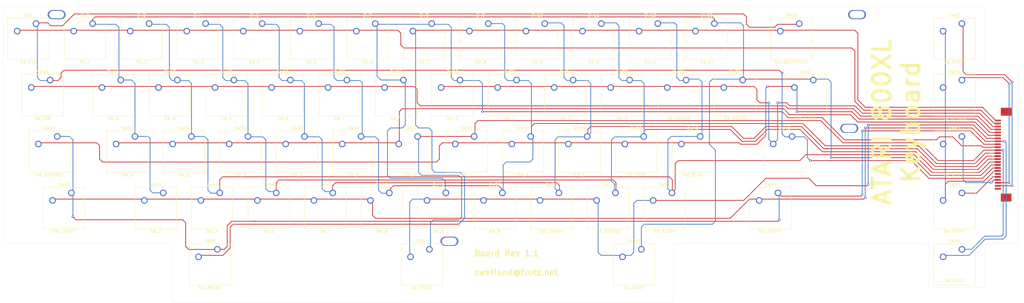
<source format=kicad_pcb>
(kicad_pcb (version 20171130) (host pcbnew 5.1.9+dfsg1-1~bpo10+1)
  (title_block (title "Atari 800XL Keyboard") (rev 1.0))
  (layers (0 F.Cu signal) (31 B.Cu signal) (34 B.Paste user) (35 F.Paste user) (36 B.SilkS user) (37 F.SilkS user) (38 B.Mask user) (39 F.Mask user) (44 Edge.Cuts user))
  (net 0 "")
  (net 1 /ROW2)
  (net 2 /ROW1)
  (net 3 /ROW4)
  (net 4 /ROW3)
  (net 5 /ROW6)
  (net 6 /ROW5)
  (net 7 /ROW8)
  (net 8 /ROW7)
  (net 9 /GND)
  (net 10 /5V0)
  (net 11 /RST)
  (net 12 /OPT)
  (net 13 /SEL)
  (net 14 /STR)
  (net 15 /COL8)
  (net 16 /COL7)
  (net 17 /COL6)
  (net 18 /COL5)
  (net 19 /COL4)
  (net 20 /COL3)
  (net 21 /COL2)
  (net 22 /COL1)
  (net 23 /COL9)
  (net 24 "Net-(J2-Pad6)")
  (module Button_Switch_Keyboard:SW_Cherry_MX_1.00u_PCB (layer F.Cu) (at 150.1775 71.91375)
    (fp_text reference SW49 (at -2.54 -2.794) (layer F.SilkS))
    (fp_text value SW_N (at -2.54 12.954) (layer F.SilkS))
    (pad "" np_thru_hole circle (at 2.54 5.08) (size 1.7 1.7) (drill 1.7) (layers *.Cu *.Mask))
    (pad "" np_thru_hole circle (at -7.62 5.08) (size 1.7 1.7) (drill 1.7) (layers *.Cu *.Mask))
    (pad "" np_thru_hole circle (at -2.54 5.08) (size 4 4) (drill 4) (layers *.Cu *.Mask))
    (pad 2 thru_hole circle (at -6.35 2.54) (size 2.2 2.2) (drill 1.5) (layers *.Cu *.Mask) (net 8 /ROW7))
    (pad 1 thru_hole circle (at 0 0) (size 2.2 2.2) (drill 1.5) (layers *.Cu *.Mask) (net 22 /COL1))
  )
  (module Button_Switch_Keyboard:SW_Cherry_MX_2.25u_PCB (layer F.Cu) (at 266.85875 52.86375)
    (fp_text reference SW42 (at -2.54 -2.794) (layer F.SilkS))
    (fp_text value SW_RETURN)
    (pad "" np_thru_hole circle (at 9.36 -1.92) (size 3.05 3.05) (drill 3.05) (layers *.Cu *.Mask))
    (pad "" np_thru_hole circle (at -14.44 -1.92) (size 3.05 3.05) (drill 3.05) (layers *.Cu *.Mask))
    (pad "" np_thru_hole circle (at -14.44 13.32) (size 4 4) (drill 4) (layers *.Cu *.Mask))
    (pad "" np_thru_hole circle (at 9.36 13.32) (size 4 4) (drill 4) (layers *.Cu *.Mask))
    (pad "" np_thru_hole circle (at 2.54 5.08) (size 1.7 1.7) (drill 1.7) (layers *.Cu *.Mask))
    (pad "" np_thru_hole circle (at -7.62 5.08) (size 1.7 1.7) (drill 1.7) (layers *.Cu *.Mask))
    (pad "" np_thru_hole circle (at -2.54 5.08) (size 4 4) (drill 4) (layers *.Cu *.Mask))
    (pad 2 thru_hole circle (at -6.35 2.54) (size 2.2 2.2) (drill 1.5) (layers *.Cu *.Mask) (net 4 /ROW3))
    (pad 1 thru_hole circle (at 0 0) (size 2.2 2.2) (drill 1.5) (layers *.Cu *.Mask) (net 15 /COL8))
  )
  (module Button_Switch_Keyboard:SW_Cherry_MX_2.75u_PCB (layer F.Cu) (at 262.09625 71.91375)
    (fp_text reference SW54 (at -2.54 -2.794) (layer F.SilkS))
    (fp_text value SW_RSHIFT (at -2.54 12.954) (layer F.SilkS))
    (pad "" np_thru_hole circle (at 9.36 -1.92) (size 3.05 3.05) (drill 3.05) (layers *.Cu *.Mask))
    (pad "" np_thru_hole circle (at -14.44 -1.92) (size 3.05 3.05) (drill 3.05) (layers *.Cu *.Mask))
    (pad "" np_thru_hole circle (at -14.44 13.32) (size 4 4) (drill 4) (layers *.Cu *.Mask))
    (pad "" np_thru_hole circle (at 9.36 13.32) (size 4 4) (drill 4) (layers *.Cu *.Mask))
    (pad "" np_thru_hole circle (at 2.54 5.08) (size 1.7 1.7) (drill 1.7) (layers *.Cu *.Mask))
    (pad "" np_thru_hole circle (at -7.62 5.08) (size 1.7 1.7) (drill 1.7) (layers *.Cu *.Mask))
    (pad "" np_thru_hole circle (at -2.54 5.08) (size 4 4) (drill 4) (layers *.Cu *.Mask))
    (pad 2 thru_hole circle (at -6.35 2.54) (size 2.2 2.2) (drill 1.5) (layers *.Cu *.Mask) (net 7 /ROW8))
    (pad 1 thru_hole circle (at 0 0) (size 2.2 2.2) (drill 1.5) (layers *.Cu *.Mask) (net 23 /COL9))
  )
  (module Button_Switch_Keyboard:SW_Cherry_MX_2.25u_PCB (layer F.Cu) (at 23.97125 71.91375)
    (fp_text reference SW43 (at -2.54 -2.794) (layer F.SilkS))
    (fp_text value SW_LSHIFT (at -2.54 12.954) (layer F.SilkS))
    (pad "" np_thru_hole circle (at 9.36 -1.92) (size 3.05 3.05) (drill 3.05) (layers *.Cu *.Mask))
    (pad "" np_thru_hole circle (at -14.44 -1.92) (size 3.05 3.05) (drill 3.05) (layers *.Cu *.Mask))
    (pad "" np_thru_hole circle (at -14.44 13.32) (size 4 4) (drill 4) (layers *.Cu *.Mask))
    (pad "" np_thru_hole circle (at 9.36 13.32) (size 4 4) (drill 4) (layers *.Cu *.Mask))
    (pad "" np_thru_hole circle (at 2.54 5.08) (size 1.7 1.7) (drill 1.7) (layers *.Cu *.Mask))
    (pad "" np_thru_hole circle (at -7.62 5.08) (size 1.7 1.7) (drill 1.7) (layers *.Cu *.Mask))
    (pad "" np_thru_hole circle (at -2.54 5.08) (size 4 4) (drill 4) (layers *.Cu *.Mask))
    (pad 2 thru_hole circle (at -6.35 2.54) (size 2.2 2.2) (drill 1.5) (layers *.Cu *.Mask) (net 7 /ROW8))
    (pad 1 thru_hole circle (at 0 0) (size 2.2 2.2) (drill 1.5) (layers *.Cu *.Mask) (net 23 /COL9))
  )
  (module Button_Switch_Keyboard:SW_Cherry_MX_1.50u_PCB (layer F.Cu) (at 274.0025 33.81375)
    (fp_text reference SW41 (at -2.54 -2.794) (layer F.SilkS))
    (fp_text value SW_STAR (at -2.54 12.954) (layer F.SilkS))
    (pad "" np_thru_hole circle (at 2.54 5.08) (size 1.7 1.7) (drill 1.7) (layers *.Cu *.Mask))
    (pad "" np_thru_hole circle (at -7.62 5.08) (size 1.7 1.7) (drill 1.7) (layers *.Cu *.Mask))
    (pad "" np_thru_hole circle (at -2.54 5.08) (size 4 4) (drill 4) (layers *.Cu *.Mask))
    (pad 2 thru_hole circle (at -6.35 2.54) (size 2.2 2.2) (drill 1.5) (layers *.Cu *.Mask) (net 6 /ROW5))
    (pad 1 thru_hole circle (at 0 0) (size 2.2 2.2) (drill 1.5) (layers *.Cu *.Mask) (net 16 /COL7))
  )
  (module Button_Switch_Keyboard:SW_Cherry_MX_2.00u_PCB (layer F.Cu) (at 269.24 14.76375)
    (fp_text reference SW14 (at -2.54 -2.794) (layer F.SilkS))
    (fp_text value SW_BACKSPACE (at -2.54 12.954) (layer F.SilkS))
    (pad "" np_thru_hole circle (at 9.36 -1.92) (size 3.05 3.05) (drill 3.05) (layers *.Cu *.Mask))
    (pad "" np_thru_hole circle (at -14.44 -1.92) (size 3.05 3.05) (drill 3.05) (layers *.Cu *.Mask))
    (pad "" np_thru_hole circle (at -14.44 13.32) (size 4 4) (drill 4) (layers *.Cu *.Mask))
    (pad "" np_thru_hole circle (at 9.36 13.32) (size 4 4) (drill 4) (layers *.Cu *.Mask))
    (pad "" np_thru_hole circle (at 2.54 5.08) (size 1.7 1.7) (drill 1.7) (layers *.Cu *.Mask))
    (pad "" np_thru_hole circle (at -7.62 5.08) (size 1.7 1.7) (drill 1.7) (layers *.Cu *.Mask))
    (pad "" np_thru_hole circle (at -2.54 5.08) (size 4 4) (drill 4) (layers *.Cu *.Mask))
    (pad 2 thru_hole circle (at -6.35 2.54) (size 2.2 2.2) (drill 1.5) (layers *.Cu *.Mask) (net 2 /ROW1))
    (pad 1 thru_hole circle (at 0 0) (size 2.2 2.2) (drill 1.5) (layers *.Cu *.Mask) (net 15 /COL8))
  )
  (module MountingHole:MountingHole_3mm (layer F.Cu) (at 286.125 50.125)
    (fp_text reference H4 hide)
    (fp_text value MountingHole)
    (pad "" np_thru_hole oval (at 0 0) (size 6 3) (drill oval 5 2.5) (layers *.Cu *.Mask))
  )
  (module MountingHole:MountingHole_3mm (layer F.Cu) (at 151.375 88.25)
    (fp_text reference H3 hide)
    (fp_text value MountingHole)
    (pad "" np_thru_hole oval (at 0 0) (size 6 3) (drill oval 5 2.5) (layers *.Cu *.Mask))
  )
  (module MountingHole:MountingHole_3mm (layer F.Cu) (at 288.75 11.75)
    (fp_text reference H2 hide)
    (fp_text value MountingHole)
    (pad "" np_thru_hole oval (at 0 0) (size 6 3) (drill oval 5 2.5) (layers *.Cu *.Mask))
  )
  (module Button_Switch_Keyboard:SW_Cherry_MX_1.00u_PCB (layer F.Cu) (at 324.09625 52.86375)
    (fp_text reference SW62 (at -2.54 -2.794) (layer F.SilkS))
    (fp_text value SW_SELECT (at -2.54 12.954) (layer F.SilkS))
    (pad "" np_thru_hole circle (at 2.54 5.08) (size 1.7 1.7) (drill 1.7) (layers *.Cu *.Mask))
    (pad "" np_thru_hole circle (at -7.62 5.08) (size 1.7 1.7) (drill 1.7) (layers *.Cu *.Mask))
    (pad "" np_thru_hole circle (at -2.54 5.08) (size 4 4) (drill 4) (layers *.Cu *.Mask))
    (pad 2 thru_hole circle (at -6.35 2.54) (size 2.2 2.2) (drill 1.5) (layers *.Cu *.Mask) (net 9 /GND))
    (pad 1 thru_hole circle (at 0 0) (size 2.2 2.2) (drill 1.5) (layers *.Cu *.Mask) (net 13 /SEL))
  )
  (module Connector_FFC-FPC:TE_2-84952-4_1x24-1MP_P1.0mm_Horizontal (layer F.Cu) (at 338 59 90)
    (fp_text reference J2 (at 0 -4 90) (layer F.SilkS))
    (fp_text value Conn_01x24)
    (pad MP smd rect (at 14.49 1 90) (size 2.68 3.6) (layers F.Cu F.Paste F.Mask))
    (pad MP smd rect (at -14.49 1 90) (size 2.68 3.6) (layers F.Cu F.Paste F.Mask))
    (pad 24 smd rect (at 11.5 -1.8 90) (size 0.61 2) (layers F.Cu F.Paste F.Mask) (net 2 /ROW1))
    (pad 23 smd rect (at 10.5 -1.8 90) (size 0.61 2) (layers F.Cu F.Paste F.Mask) (net 1 /ROW2))
    (pad 22 smd rect (at 9.5 -1.8 90) (size 0.61 2) (layers F.Cu F.Paste F.Mask) (net 4 /ROW3))
    (pad 21 smd rect (at 8.5 -1.8 90) (size 0.61 2) (layers F.Cu F.Paste F.Mask) (net 3 /ROW4))
    (pad 20 smd rect (at 7.5 -1.8 90) (size 0.61 2) (layers F.Cu F.Paste F.Mask) (net 6 /ROW5))
    (pad 19 smd rect (at 6.5 -1.8 90) (size 0.61 2) (layers F.Cu F.Paste F.Mask) (net 5 /ROW6))
    (pad 18 smd rect (at 5.5 -1.8 90) (size 0.61 2) (layers F.Cu F.Paste F.Mask) (net 8 /ROW7))
    (pad 17 smd rect (at 4.5 -1.8 90) (size 0.61 2) (layers F.Cu F.Paste F.Mask) (net 7 /ROW8))
    (pad 16 smd rect (at 3.5 -1.8 90) (size 0.61 2) (layers F.Cu F.Paste F.Mask) (net 23 /COL9))
    (pad 15 smd rect (at 2.5 -1.8 90) (size 0.61 2) (layers F.Cu F.Paste F.Mask) (net 22 /COL1))
    (pad 14 smd rect (at 1.5 -1.8 90) (size 0.61 2) (layers F.Cu F.Paste F.Mask) (net 21 /COL2))
    (pad 13 smd rect (at 0.5 -1.8 90) (size 0.61 2) (layers F.Cu F.Paste F.Mask) (net 20 /COL3))
    (pad 12 smd rect (at -0.5 -1.8 90) (size 0.61 2) (layers F.Cu F.Paste F.Mask) (net 19 /COL4))
    (pad 11 smd rect (at -1.5 -1.8 90) (size 0.61 2) (layers F.Cu F.Paste F.Mask) (net 18 /COL5))
    (pad 10 smd rect (at -2.5 -1.8 90) (size 0.61 2) (layers F.Cu F.Paste F.Mask) (net 17 /COL6))
    (pad 9 smd rect (at -3.5 -1.8 90) (size 0.61 2) (layers F.Cu F.Paste F.Mask) (net 16 /COL7))
    (pad 8 smd rect (at -4.5 -1.8 90) (size 0.61 2) (layers F.Cu F.Paste F.Mask) (net 15 /COL8))
    (pad 7 smd rect (at -5.5 -1.8 90) (size 0.61 2) (layers F.Cu F.Paste F.Mask) (net 9 /GND))
    (pad 6 smd rect (at -6.5 -1.8 90) (size 0.61 2) (layers F.Cu F.Paste F.Mask) (net 24 "Net-(J2-Pad6)"))
    (pad 5 smd rect (at -7.5 -1.8 90) (size 0.61 2) (layers F.Cu F.Paste F.Mask) (net 14 /STR))
    (pad 4 smd rect (at -8.5 -1.8 90) (size 0.61 2) (layers F.Cu F.Paste F.Mask) (net 13 /SEL))
    (pad 3 smd rect (at -9.5 -1.8 90) (size 0.61 2) (layers F.Cu F.Paste F.Mask) (net 12 /OPT))
    (pad 2 smd rect (at -10.5 -1.8 90) (size 0.61 2) (layers F.Cu F.Paste F.Mask) (net 11 /RST))
    (pad 1 smd rect (at -11.5 -1.8 90) (size 0.61 2) (layers F.Cu F.Paste F.Mask) (net 10 /5V0))
  )
  (module Button_Switch_Keyboard:SW_Cherry_MX_1.00u_PCB (layer F.Cu) (at 324.09625 90.96375)
    (fp_text reference SW64 (at -2.54 -2.794) (layer F.SilkS))
    (fp_text value SW_HELP (at -2.54 10.53625) (layer F.SilkS))
    (pad "" np_thru_hole circle (at 2.54 5.08) (size 1.7 1.7) (drill 1.7) (layers *.Cu *.Mask))
    (pad "" np_thru_hole circle (at -7.62 5.08) (size 1.7 1.7) (drill 1.7) (layers *.Cu *.Mask))
    (pad "" np_thru_hole circle (at -2.54 5.08) (size 4 4) (drill 4) (layers *.Cu *.Mask))
    (pad 2 thru_hole circle (at -6.35 2.54) (size 2.2 2.2) (drill 1.5) (layers *.Cu *.Mask) (net 7 /ROW8))
    (pad 1 thru_hole circle (at 0 0) (size 2.2 2.2) (drill 1.5) (layers *.Cu *.Mask) (net 21 /COL2))
  )
  (module Button_Switch_Keyboard:SW_Cherry_MX_1.00u_PCB (layer F.Cu) (at 324.09625 71.91375)
    (fp_text reference SW63 (at -2.54 -2.794) (layer F.SilkS))
    (fp_text value SW_START (at -2.54 12.954) (layer F.SilkS))
    (pad "" np_thru_hole circle (at 2.54 5.08) (size 1.7 1.7) (drill 1.7) (layers *.Cu *.Mask))
    (pad "" np_thru_hole circle (at -7.62 5.08) (size 1.7 1.7) (drill 1.7) (layers *.Cu *.Mask))
    (pad "" np_thru_hole circle (at -2.54 5.08) (size 4 4) (drill 4) (layers *.Cu *.Mask))
    (pad 2 thru_hole circle (at -6.35 2.54) (size 2.2 2.2) (drill 1.5) (layers *.Cu *.Mask) (net 9 /GND))
    (pad 1 thru_hole circle (at 0 0) (size 2.2 2.2) (drill 1.5) (layers *.Cu *.Mask) (net 14 /STR))
  )
  (module Button_Switch_Keyboard:SW_Cherry_MX_1.00u_PCB (layer F.Cu) (at 324.09625 33.81375)
    (fp_text reference SW61 (at -2.54 -2.794) (layer F.SilkS))
    (fp_text value SW_OPTION (at -2.54 12.954) (layer F.SilkS))
    (pad "" np_thru_hole circle (at 2.54 5.08) (size 1.7 1.7) (drill 1.7) (layers *.Cu *.Mask))
    (pad "" np_thru_hole circle (at -7.62 5.08) (size 1.7 1.7) (drill 1.7) (layers *.Cu *.Mask))
    (pad "" np_thru_hole circle (at -2.54 5.08) (size 4 4) (drill 4) (layers *.Cu *.Mask))
    (pad 2 thru_hole circle (at -6.35 2.54) (size 2.2 2.2) (drill 1.5) (layers *.Cu *.Mask) (net 9 /GND))
    (pad 1 thru_hole circle (at 0 0) (size 2.2 2.2) (drill 1.5) (layers *.Cu *.Mask) (net 12 /OPT))
  )
  (module Button_Switch_Keyboard:SW_Cherry_MX_1.00u_PCB (layer F.Cu) (at 324.09625 14.76375)
    (fp_text reference SW60 (at -2.54 -2.794) (layer F.SilkS))
    (fp_text value SW_RESET (at -2.54 12.954) (layer F.SilkS))
    (pad "" np_thru_hole circle (at 2.54 5.08) (size 1.7 1.7) (drill 1.7) (layers *.Cu *.Mask))
    (pad "" np_thru_hole circle (at -7.62 5.08) (size 1.7 1.7) (drill 1.7) (layers *.Cu *.Mask))
    (pad "" np_thru_hole circle (at -2.54 5.08) (size 4 4) (drill 4) (layers *.Cu *.Mask))
    (pad 2 thru_hole circle (at -6.35 2.54) (size 2.2 2.2) (drill 1.5) (layers *.Cu *.Mask) (net 9 /GND))
    (pad 1 thru_hole circle (at 0 0) (size 2.2 2.2) (drill 1.5) (layers *.Cu *.Mask) (net 11 /RST))
  )
  (module Button_Switch_Keyboard:SW_Cherry_MX_1.25u_PCB (layer F.Cu) (at 216.05875 90.96375)
    (fp_text reference SW58 (at -2.54 -2.794) (layer F.SilkS))
    (fp_text value SW_ATARI (at -2.54 12.954) (layer F.SilkS))
    (pad "" np_thru_hole circle (at 2.54 5.08) (size 1.7 1.7) (drill 1.7) (layers *.Cu *.Mask))
    (pad "" np_thru_hole circle (at -7.62 5.08) (size 1.7 1.7) (drill 1.7) (layers *.Cu *.Mask))
    (pad "" np_thru_hole circle (at -2.54 5.08) (size 4 4) (drill 4) (layers *.Cu *.Mask))
    (pad 2 thru_hole circle (at -6.35 2.54) (size 2.2 2.2) (drill 1.5) (layers *.Cu *.Mask) (net 8 /ROW7))
    (pad 1 thru_hole circle (at 0 0) (size 2.2 2.2) (drill 1.5) (layers *.Cu *.Mask) (net 16 /COL7))
  )
  (module Button_Switch_Keyboard:SW_Cherry_MX_1.25u_PCB (layer F.Cu) (at 73.18375 90.96375)
    (fp_text reference SW56 (at -2.54 -2.794) (layer F.SilkS))
    (fp_text value SW_BREAK (at -2.54 12.954) (layer F.SilkS))
    (pad "" np_thru_hole circle (at 2.54 5.08) (size 1.7 1.7) (drill 1.7) (layers *.Cu *.Mask))
    (pad "" np_thru_hole circle (at -7.62 5.08) (size 1.7 1.7) (drill 1.7) (layers *.Cu *.Mask))
    (pad "" np_thru_hole circle (at -2.54 5.08) (size 4 4) (drill 4) (layers *.Cu *.Mask))
    (pad 2 thru_hole circle (at -6.35 2.54) (size 2.2 2.2) (drill 1.5) (layers *.Cu *.Mask) (net 2 /ROW1))
    (pad 1 thru_hole circle (at 0 0) (size 2.2 2.2) (drill 1.5) (layers *.Cu *.Mask) (net 23 /COL9))
  )
  (module Button_Switch_Keyboard:SW_Cherry_MX_6.25u_PCB (layer F.Cu) (at 144.62125 90.96375)
    (fp_text reference SW57 (at -2.54 -2.794) (layer F.SilkS))
    (fp_text value SW_SPACE (at -2.54 12.954) (layer F.SilkS))
    (pad "" np_thru_hole circle (at 47.46 -1.92) (size 3.05 3.05) (drill 3.05) (layers *.Cu *.Mask))
    (pad "" np_thru_hole circle (at -52.54 -1.92) (size 3.05 3.05) (drill 3.05) (layers *.Cu *.Mask))
    (pad "" np_thru_hole circle (at -52.54 13.32) (size 4 4) (drill 4) (layers *.Cu *.Mask))
    (pad "" np_thru_hole circle (at 47.46 13.32) (size 4 4) (drill 4) (layers *.Cu *.Mask))
    (pad "" np_thru_hole circle (at 2.54 5.08) (size 1.7 1.7) (drill 1.7) (layers *.Cu *.Mask))
    (pad "" np_thru_hole circle (at -7.62 5.08) (size 1.7 1.7) (drill 1.7) (layers *.Cu *.Mask))
    (pad "" np_thru_hole circle (at -2.54 5.08) (size 4 4) (drill 4) (layers *.Cu *.Mask))
    (pad 2 thru_hole circle (at -6.35 2.54) (size 2.2 2.2) (drill 1.5) (layers *.Cu *.Mask) (net 8 /ROW7))
    (pad 1 thru_hole circle (at 0 0) (size 2.2 2.2) (drill 1.5) (layers *.Cu *.Mask) (net 21 /COL2))
  )
  (module Button_Switch_Keyboard:SW_Cherry_MX_1.00u_PCB (layer F.Cu) (at 226.3775 71.91375)
    (fp_text reference SW53 (at -2.54 -2.794) (layer F.SilkS))
    (fp_text value SW_SLASH (at -2.54 12.954) (layer F.SilkS))
    (pad "" np_thru_hole circle (at 2.54 5.08) (size 1.7 1.7) (drill 1.7) (layers *.Cu *.Mask))
    (pad "" np_thru_hole circle (at -7.62 5.08) (size 1.7 1.7) (drill 1.7) (layers *.Cu *.Mask))
    (pad "" np_thru_hole circle (at -2.54 5.08) (size 4 4) (drill 4) (layers *.Cu *.Mask))
    (pad 2 thru_hole circle (at -6.35 2.54) (size 2.2 2.2) (drill 1.5) (layers *.Cu *.Mask) (net 8 /ROW7))
    (pad 1 thru_hole circle (at 0 0) (size 2.2 2.2) (drill 1.5) (layers *.Cu *.Mask) (net 17 /COL6))
  )
  (module Button_Switch_Keyboard:SW_Cherry_MX_1.00u_PCB (layer F.Cu) (at 207.3275 71.91375)
    (fp_text reference SW52 (at -2.54 -2.794) (layer F.SilkS))
    (fp_text value SW_PERIOD (at -2.54 12.954) (layer F.SilkS))
    (pad "" np_thru_hole circle (at 2.54 5.08) (size 1.7 1.7) (drill 1.7) (layers *.Cu *.Mask))
    (pad "" np_thru_hole circle (at -7.62 5.08) (size 1.7 1.7) (drill 1.7) (layers *.Cu *.Mask))
    (pad "" np_thru_hole circle (at -2.54 5.08) (size 4 4) (drill 4) (layers *.Cu *.Mask))
    (pad 2 thru_hole circle (at -6.35 2.54) (size 2.2 2.2) (drill 1.5) (layers *.Cu *.Mask) (net 8 /ROW7))
    (pad 1 thru_hole circle (at 0 0) (size 2.2 2.2) (drill 1.5) (layers *.Cu *.Mask) (net 18 /COL5))
  )
  (module Button_Switch_Keyboard:SW_Cherry_MX_1.00u_PCB (layer F.Cu) (at 188.2775 71.91375)
    (fp_text reference SW51 (at -2.54 -2.794) (layer F.SilkS))
    (fp_text value SW_COMMA (at -2.54 12.954) (layer F.SilkS))
    (pad "" np_thru_hole circle (at 2.54 5.08) (size 1.7 1.7) (drill 1.7) (layers *.Cu *.Mask))
    (pad "" np_thru_hole circle (at -7.62 5.08) (size 1.7 1.7) (drill 1.7) (layers *.Cu *.Mask))
    (pad "" np_thru_hole circle (at -2.54 5.08) (size 4 4) (drill 4) (layers *.Cu *.Mask))
    (pad 2 thru_hole circle (at -6.35 2.54) (size 2.2 2.2) (drill 1.5) (layers *.Cu *.Mask) (net 8 /ROW7))
    (pad 1 thru_hole circle (at 0 0) (size 2.2 2.2) (drill 1.5) (layers *.Cu *.Mask) (net 19 /COL4))
  )
  (module Button_Switch_Keyboard:SW_Cherry_MX_1.00u_PCB (layer F.Cu) (at 169.2275 71.91375)
    (fp_text reference SW50 (at -2.54 -2.794) (layer F.SilkS))
    (fp_text value SW_M (at -2.54 12.954) (layer F.SilkS))
    (pad "" np_thru_hole circle (at 2.54 5.08) (size 1.7 1.7) (drill 1.7) (layers *.Cu *.Mask))
    (pad "" np_thru_hole circle (at -7.62 5.08) (size 1.7 1.7) (drill 1.7) (layers *.Cu *.Mask))
    (pad "" np_thru_hole circle (at -2.54 5.08) (size 4 4) (drill 4) (layers *.Cu *.Mask))
    (pad 2 thru_hole circle (at -6.35 2.54) (size 2.2 2.2) (drill 1.5) (layers *.Cu *.Mask) (net 8 /ROW7))
    (pad 1 thru_hole circle (at 0 0) (size 2.2 2.2) (drill 1.5) (layers *.Cu *.Mask) (net 20 /COL3))
  )
  (module Button_Switch_Keyboard:SW_Cherry_MX_1.00u_PCB (layer F.Cu) (at 131.1275 71.91375)
    (fp_text reference SW48 (at -2.54 -2.794) (layer F.SilkS))
    (fp_text value SW_B (at -2.54 12.954) (layer F.SilkS))
    (pad "" np_thru_hole circle (at 2.54 5.08) (size 1.7 1.7) (drill 1.7) (layers *.Cu *.Mask))
    (pad "" np_thru_hole circle (at -7.62 5.08) (size 1.7 1.7) (drill 1.7) (layers *.Cu *.Mask))
    (pad "" np_thru_hole circle (at -2.54 5.08) (size 4 4) (drill 4) (layers *.Cu *.Mask))
    (pad 2 thru_hole circle (at -6.35 2.54) (size 2.2 2.2) (drill 1.5) (layers *.Cu *.Mask) (net 7 /ROW8))
    (pad 1 thru_hole circle (at 0 0) (size 2.2 2.2) (drill 1.5) (layers *.Cu *.Mask) (net 20 /COL3))
  )
  (module Button_Switch_Keyboard:SW_Cherry_MX_1.00u_PCB (layer F.Cu) (at 112.0775 71.91375)
    (fp_text reference SW47 (at -2.54 -2.794) (layer F.SilkS))
    (fp_text value SW_V (at -2.54 12.954) (layer F.SilkS))
    (pad "" np_thru_hole circle (at 2.54 5.08) (size 1.7 1.7) (drill 1.7) (layers *.Cu *.Mask))
    (pad "" np_thru_hole circle (at -7.62 5.08) (size 1.7 1.7) (drill 1.7) (layers *.Cu *.Mask))
    (pad "" np_thru_hole circle (at -2.54 5.08) (size 4 4) (drill 4) (layers *.Cu *.Mask))
    (pad 2 thru_hole circle (at -6.35 2.54) (size 2.2 2.2) (drill 1.5) (layers *.Cu *.Mask) (net 7 /ROW8))
    (pad 1 thru_hole circle (at 0 0) (size 2.2 2.2) (drill 1.5) (layers *.Cu *.Mask) (net 19 /COL4))
  )
  (module Button_Switch_Keyboard:SW_Cherry_MX_1.00u_PCB (layer F.Cu) (at 93.0275 71.91375)
    (fp_text reference SW46 (at -2.54 -2.794) (layer F.SilkS))
    (fp_text value SW_C (at -2.54 12.954) (layer F.SilkS))
    (pad "" np_thru_hole circle (at 2.54 5.08) (size 1.7 1.7) (drill 1.7) (layers *.Cu *.Mask))
    (pad "" np_thru_hole circle (at -7.62 5.08) (size 1.7 1.7) (drill 1.7) (layers *.Cu *.Mask))
    (pad "" np_thru_hole circle (at -2.54 5.08) (size 4 4) (drill 4) (layers *.Cu *.Mask))
    (pad 2 thru_hole circle (at -6.35 2.54) (size 2.2 2.2) (drill 1.5) (layers *.Cu *.Mask) (net 7 /ROW8))
    (pad 1 thru_hole circle (at 0 0) (size 2.2 2.2) (drill 1.5) (layers *.Cu *.Mask) (net 18 /COL5))
  )
  (module Button_Switch_Keyboard:SW_Cherry_MX_1.00u_PCB (layer F.Cu) (at 73.9775 71.91375)
    (fp_text reference SW45 (at -2.54 -2.794) (layer F.SilkS))
    (fp_text value SW_X (at -2.54 12.954) (layer F.SilkS))
    (pad "" np_thru_hole circle (at 2.54 5.08) (size 1.7 1.7) (drill 1.7) (layers *.Cu *.Mask))
    (pad "" np_thru_hole circle (at -7.62 5.08) (size 1.7 1.7) (drill 1.7) (layers *.Cu *.Mask))
    (pad "" np_thru_hole circle (at -2.54 5.08) (size 4 4) (drill 4) (layers *.Cu *.Mask))
    (pad 2 thru_hole circle (at -6.35 2.54) (size 2.2 2.2) (drill 1.5) (layers *.Cu *.Mask) (net 7 /ROW8))
    (pad 1 thru_hole circle (at 0 0) (size 2.2 2.2) (drill 1.5) (layers *.Cu *.Mask) (net 17 /COL6))
  )
  (module Button_Switch_Keyboard:SW_Cherry_MX_1.00u_PCB (layer F.Cu) (at 54.9275 71.91375)
    (fp_text reference SW44 (at -2.54 -2.794) (layer F.SilkS))
    (fp_text value SW_Z (at -2.54 12.954) (layer F.SilkS))
    (pad "" np_thru_hole circle (at 2.54 5.08) (size 1.7 1.7) (drill 1.7) (layers *.Cu *.Mask))
    (pad "" np_thru_hole circle (at -7.62 5.08) (size 1.7 1.7) (drill 1.7) (layers *.Cu *.Mask))
    (pad "" np_thru_hole circle (at -2.54 5.08) (size 4 4) (drill 4) (layers *.Cu *.Mask))
    (pad 2 thru_hole circle (at -6.35 2.54) (size 2.2 2.2) (drill 1.5) (layers *.Cu *.Mask) (net 7 /ROW8))
    (pad 1 thru_hole circle (at 0 0) (size 2.2 2.2) (drill 1.5) (layers *.Cu *.Mask) (net 16 /COL7))
  )
  (module Button_Switch_Keyboard:SW_Cherry_MX_1.00u_PCB (layer F.Cu) (at 235.9025 52.86375)
    (fp_text reference SW40 (at -2.54 -2.794) (layer F.SilkS))
    (fp_text value SW_PLUS (at -2.54 12.954) (layer F.SilkS))
    (pad "" np_thru_hole circle (at 2.54 5.08) (size 1.7 1.7) (drill 1.7) (layers *.Cu *.Mask))
    (pad "" np_thru_hole circle (at -7.62 5.08) (size 1.7 1.7) (drill 1.7) (layers *.Cu *.Mask))
    (pad "" np_thru_hole circle (at -2.54 5.08) (size 4 4) (drill 4) (layers *.Cu *.Mask))
    (pad 2 thru_hole circle (at -6.35 2.54) (size 2.2 2.2) (drill 1.5) (layers *.Cu *.Mask) (net 6 /ROW5))
    (pad 1 thru_hole circle (at 0 0) (size 2.2 2.2) (drill 1.5) (layers *.Cu *.Mask) (net 17 /COL6))
  )
  (module Button_Switch_Keyboard:SW_Cherry_MX_1.00u_PCB (layer F.Cu) (at 216.8525 52.86375)
    (fp_text reference SW39 (at -2.54 -2.794) (layer F.SilkS))
    (fp_text value SW_SEMI (at -2.54 12.954) (layer F.SilkS))
    (pad "" np_thru_hole circle (at 2.54 5.08) (size 1.7 1.7) (drill 1.7) (layers *.Cu *.Mask))
    (pad "" np_thru_hole circle (at -7.62 5.08) (size 1.7 1.7) (drill 1.7) (layers *.Cu *.Mask))
    (pad "" np_thru_hole circle (at -2.54 5.08) (size 4 4) (drill 4) (layers *.Cu *.Mask))
    (pad 2 thru_hole circle (at -6.35 2.54) (size 2.2 2.2) (drill 1.5) (layers *.Cu *.Mask) (net 6 /ROW5))
    (pad 1 thru_hole circle (at 0 0) (size 2.2 2.2) (drill 1.5) (layers *.Cu *.Mask) (net 18 /COL5))
  )
  (module Button_Switch_Keyboard:SW_Cherry_MX_1.00u_PCB (layer F.Cu) (at 197.8025 52.86375)
    (fp_text reference SW38 (at -2.54 -2.794) (layer F.SilkS))
    (fp_text value SW_L (at -2.54 12.954) (layer F.SilkS))
    (pad "" np_thru_hole circle (at 2.54 5.08) (size 1.7 1.7) (drill 1.7) (layers *.Cu *.Mask))
    (pad "" np_thru_hole circle (at -7.62 5.08) (size 1.7 1.7) (drill 1.7) (layers *.Cu *.Mask))
    (pad "" np_thru_hole circle (at -2.54 5.08) (size 4 4) (drill 4) (layers *.Cu *.Mask))
    (pad 2 thru_hole circle (at -6.35 2.54) (size 2.2 2.2) (drill 1.5) (layers *.Cu *.Mask) (net 6 /ROW5))
    (pad 1 thru_hole circle (at 0 0) (size 2.2 2.2) (drill 1.5) (layers *.Cu *.Mask) (net 19 /COL4))
  )
  (module Button_Switch_Keyboard:SW_Cherry_MX_1.00u_PCB (layer F.Cu) (at 178.7525 52.86375)
    (fp_text reference SW37 (at -2.54 -2.794) (layer F.SilkS))
    (fp_text value SW_K (at -2.54 12.954) (layer F.SilkS))
    (pad "" np_thru_hole circle (at 2.54 5.08) (size 1.7 1.7) (drill 1.7) (layers *.Cu *.Mask))
    (pad "" np_thru_hole circle (at -7.62 5.08) (size 1.7 1.7) (drill 1.7) (layers *.Cu *.Mask))
    (pad "" np_thru_hole circle (at -2.54 5.08) (size 4 4) (drill 4) (layers *.Cu *.Mask))
    (pad 2 thru_hole circle (at -6.35 2.54) (size 2.2 2.2) (drill 1.5) (layers *.Cu *.Mask) (net 6 /ROW5))
    (pad 1 thru_hole circle (at 0 0) (size 2.2 2.2) (drill 1.5) (layers *.Cu *.Mask) (net 20 /COL3))
  )
  (module Button_Switch_Keyboard:SW_Cherry_MX_1.00u_PCB (layer F.Cu) (at 159.7025 52.86375)
    (fp_text reference SW36 (at -2.54 -2.794) (layer F.SilkS))
    (fp_text value SW_J (at -2.54 12.954) (layer F.SilkS))
    (pad "" np_thru_hole circle (at 2.54 5.08) (size 1.7 1.7) (drill 1.7) (layers *.Cu *.Mask))
    (pad "" np_thru_hole circle (at -7.62 5.08) (size 1.7 1.7) (drill 1.7) (layers *.Cu *.Mask))
    (pad "" np_thru_hole circle (at -2.54 5.08) (size 4 4) (drill 4) (layers *.Cu *.Mask))
    (pad 2 thru_hole circle (at -6.35 2.54) (size 2.2 2.2) (drill 1.5) (layers *.Cu *.Mask) (net 6 /ROW5))
    (pad 1 thru_hole circle (at 0 0) (size 2.2 2.2) (drill 1.5) (layers *.Cu *.Mask) (net 21 /COL2))
  )
  (module Button_Switch_Keyboard:SW_Cherry_MX_1.00u_PCB (layer F.Cu) (at 140.6525 52.86375)
    (fp_text reference SW35 (at -2.54 -2.794) (layer F.SilkS))
    (fp_text value SW_H (at -2.54 12.954) (layer F.SilkS))
    (pad "" np_thru_hole circle (at 2.54 5.08) (size 1.7 1.7) (drill 1.7) (layers *.Cu *.Mask))
    (pad "" np_thru_hole circle (at -7.62 5.08) (size 1.7 1.7) (drill 1.7) (layers *.Cu *.Mask))
    (pad "" np_thru_hole circle (at -2.54 5.08) (size 4 4) (drill 4) (layers *.Cu *.Mask))
    (pad 2 thru_hole circle (at -6.35 2.54) (size 2.2 2.2) (drill 1.5) (layers *.Cu *.Mask) (net 5 /ROW6))
    (pad 1 thru_hole circle (at 0 0) (size 2.2 2.2) (drill 1.5) (layers *.Cu *.Mask) (net 21 /COL2))
  )
  (module Button_Switch_Keyboard:SW_Cherry_MX_1.00u_PCB (layer F.Cu) (at 121.6025 52.86375)
    (fp_text reference SW34 (at -2.54 -2.794) (layer F.SilkS))
    (fp_text value SW_G (at -2.54 12.954) (layer F.SilkS))
    (pad "" np_thru_hole circle (at 2.54 5.08) (size 1.7 1.7) (drill 1.7) (layers *.Cu *.Mask))
    (pad "" np_thru_hole circle (at -7.62 5.08) (size 1.7 1.7) (drill 1.7) (layers *.Cu *.Mask))
    (pad "" np_thru_hole circle (at -2.54 5.08) (size 4 4) (drill 4) (layers *.Cu *.Mask))
    (pad 2 thru_hole circle (at -6.35 2.54) (size 2.2 2.2) (drill 1.5) (layers *.Cu *.Mask) (net 5 /ROW6))
    (pad 1 thru_hole circle (at 0 0) (size 2.2 2.2) (drill 1.5) (layers *.Cu *.Mask) (net 20 /COL3))
  )
  (module Button_Switch_Keyboard:SW_Cherry_MX_1.00u_PCB (layer F.Cu) (at 102.5525 52.86375)
    (fp_text reference SW33 (at -2.54 -2.794) (layer F.SilkS))
    (fp_text value SW_F (at -2.54 12.954) (layer F.SilkS))
    (pad "" np_thru_hole circle (at 2.54 5.08) (size 1.7 1.7) (drill 1.7) (layers *.Cu *.Mask))
    (pad "" np_thru_hole circle (at -7.62 5.08) (size 1.7 1.7) (drill 1.7) (layers *.Cu *.Mask))
    (pad "" np_thru_hole circle (at -2.54 5.08) (size 4 4) (drill 4) (layers *.Cu *.Mask))
    (pad 2 thru_hole circle (at -6.35 2.54) (size 2.2 2.2) (drill 1.5) (layers *.Cu *.Mask) (net 5 /ROW6))
    (pad 1 thru_hole circle (at 0 0) (size 2.2 2.2) (drill 1.5) (layers *.Cu *.Mask) (net 19 /COL4))
  )
  (module Button_Switch_Keyboard:SW_Cherry_MX_1.00u_PCB (layer F.Cu) (at 83.5025 52.86375)
    (fp_text reference SW32 (at -2.54 -2.794) (layer F.SilkS))
    (fp_text value SW_D (at -2.54 12.954) (layer F.SilkS))
    (pad "" np_thru_hole circle (at 2.54 5.08) (size 1.7 1.7) (drill 1.7) (layers *.Cu *.Mask))
    (pad "" np_thru_hole circle (at -7.62 5.08) (size 1.7 1.7) (drill 1.7) (layers *.Cu *.Mask))
    (pad "" np_thru_hole circle (at -2.54 5.08) (size 4 4) (drill 4) (layers *.Cu *.Mask))
    (pad 2 thru_hole circle (at -6.35 2.54) (size 2.2 2.2) (drill 1.5) (layers *.Cu *.Mask) (net 5 /ROW6))
    (pad 1 thru_hole circle (at 0 0) (size 2.2 2.2) (drill 1.5) (layers *.Cu *.Mask) (net 18 /COL5))
  )
  (module Button_Switch_Keyboard:SW_Cherry_MX_1.00u_PCB (layer F.Cu) (at 64.4525 52.86375)
    (fp_text reference SW31 (at -2.54 -2.794) (layer F.SilkS))
    (fp_text value SW_S (at -2.54 12.954) (layer F.SilkS))
    (pad "" np_thru_hole circle (at 2.54 5.08) (size 1.7 1.7) (drill 1.7) (layers *.Cu *.Mask))
    (pad "" np_thru_hole circle (at -7.62 5.08) (size 1.7 1.7) (drill 1.7) (layers *.Cu *.Mask))
    (pad "" np_thru_hole circle (at -2.54 5.08) (size 4 4) (drill 4) (layers *.Cu *.Mask))
    (pad 2 thru_hole circle (at -6.35 2.54) (size 2.2 2.2) (drill 1.5) (layers *.Cu *.Mask) (net 5 /ROW6))
    (pad 1 thru_hole circle (at 0 0) (size 2.2 2.2) (drill 1.5) (layers *.Cu *.Mask) (net 17 /COL6))
  )
  (module Button_Switch_Keyboard:SW_Cherry_MX_1.00u_PCB (layer F.Cu) (at 45.4025 52.86375)
    (fp_text reference SW30 (at -2.54 -2.794) (layer F.SilkS))
    (fp_text value SW_A (at -2.54 12.954) (layer F.SilkS))
    (pad "" np_thru_hole circle (at 2.54 5.08) (size 1.7 1.7) (drill 1.7) (layers *.Cu *.Mask))
    (pad "" np_thru_hole circle (at -7.62 5.08) (size 1.7 1.7) (drill 1.7) (layers *.Cu *.Mask))
    (pad "" np_thru_hole circle (at -2.54 5.08) (size 4 4) (drill 4) (layers *.Cu *.Mask))
    (pad 2 thru_hole circle (at -6.35 2.54) (size 2.2 2.2) (drill 1.5) (layers *.Cu *.Mask) (net 5 /ROW6))
    (pad 1 thru_hole circle (at 0 0) (size 2.2 2.2) (drill 1.5) (layers *.Cu *.Mask) (net 16 /COL7))
  )
  (module Button_Switch_Keyboard:SW_Cherry_MX_1.75u_PCB (layer F.Cu) (at 19.20875 52.86375)
    (fp_text reference SW29 (at -2.54 -2.794) (layer F.SilkS))
    (fp_text value SW_CONTROL (at -2.54 12.954) (layer F.SilkS))
    (pad "" np_thru_hole circle (at 2.54 5.08) (size 1.7 1.7) (drill 1.7) (layers *.Cu *.Mask))
    (pad "" np_thru_hole circle (at -7.62 5.08) (size 1.7 1.7) (drill 1.7) (layers *.Cu *.Mask))
    (pad "" np_thru_hole circle (at -2.54 5.08) (size 4 4) (drill 4) (layers *.Cu *.Mask))
    (pad 2 thru_hole circle (at -6.35 2.54) (size 2.2 2.2) (drill 1.5) (layers *.Cu *.Mask) (net 6 /ROW5))
    (pad 1 thru_hole circle (at 0 0) (size 2.2 2.2) (drill 1.5) (layers *.Cu *.Mask) (net 23 /COL9))
  )
  (module Button_Switch_Keyboard:SW_Cherry_MX_1.50u_PCB (layer F.Cu) (at 16.8275 33.81375)
    (fp_text reference SW15 (at -2.54 -2.794) (layer F.SilkS))
    (fp_text value SW_TAB (at -2.54 12.954) (layer F.SilkS))
    (pad "" np_thru_hole circle (at 2.54 5.08) (size 1.7 1.7) (drill 1.7) (layers *.Cu *.Mask))
    (pad "" np_thru_hole circle (at -7.62 5.08) (size 1.7 1.7) (drill 1.7) (layers *.Cu *.Mask))
    (pad "" np_thru_hole circle (at -2.54 5.08) (size 4 4) (drill 4) (layers *.Cu *.Mask))
    (pad 2 thru_hole circle (at -6.35 2.54) (size 2.2 2.2) (drill 1.5) (layers *.Cu *.Mask) (net 3 /ROW4))
    (pad 1 thru_hole circle (at 0 0) (size 2.2 2.2) (drill 1.5) (layers *.Cu *.Mask) (net 15 /COL8))
  )
  (module Button_Switch_Keyboard:SW_Cherry_MX_1.00u_PCB (layer F.Cu) (at 12.065 14.76375)
    (fp_text reference SW1 (at -2.54 -2.794) (layer F.SilkS))
    (fp_text value SW_ESC (at -2.54 12.954) (layer F.SilkS))
    (pad "" np_thru_hole circle (at 2.54 5.08) (size 1.7 1.7) (drill 1.7) (layers *.Cu *.Mask))
    (pad "" np_thru_hole circle (at -7.62 5.08) (size 1.7 1.7) (drill 1.7) (layers *.Cu *.Mask))
    (pad "" np_thru_hole circle (at -2.54 5.08) (size 4 4) (drill 4) (layers *.Cu *.Mask))
    (pad 2 thru_hole circle (at -6.35 2.54) (size 2.2 2.2) (drill 1.5) (layers *.Cu *.Mask) (net 1 /ROW2))
    (pad 1 thru_hole circle (at 0 0) (size 2.2 2.2) (drill 1.5) (layers *.Cu *.Mask) (net 15 /COL8))
  )
  (module Button_Switch_Keyboard:SW_Cherry_MX_1.00u_PCB (layer F.Cu) (at 250.19 33.81375)
    (fp_text reference SW27 (at -2.54 -2.794) (layer F.SilkS))
    (fp_text value SW_EQUAL (at -2.54 12.954) (layer F.SilkS))
    (pad "" np_thru_hole circle (at 2.54 5.08) (size 1.7 1.7) (drill 1.7) (layers *.Cu *.Mask))
    (pad "" np_thru_hole circle (at -7.62 5.08) (size 1.7 1.7) (drill 1.7) (layers *.Cu *.Mask))
    (pad "" np_thru_hole circle (at -2.54 5.08) (size 4 4) (drill 4) (layers *.Cu *.Mask))
    (pad 2 thru_hole circle (at -6.35 2.54) (size 2.2 2.2) (drill 1.5) (layers *.Cu *.Mask) (net 4 /ROW3))
    (pad 1 thru_hole circle (at 0 0) (size 2.2 2.2) (drill 1.5) (layers *.Cu *.Mask) (net 16 /COL7))
  )
  (module Button_Switch_Keyboard:SW_Cherry_MX_1.00u_PCB (layer F.Cu) (at 231.14 33.81375)
    (fp_text reference SW26 (at -2.54 -2.794) (layer F.SilkS))
    (fp_text value SW_UNDER (at -2.54 12.954) (layer F.SilkS))
    (pad "" np_thru_hole circle (at 2.54 5.08) (size 1.7 1.7) (drill 1.7) (layers *.Cu *.Mask))
    (pad "" np_thru_hole circle (at -7.62 5.08) (size 1.7 1.7) (drill 1.7) (layers *.Cu *.Mask))
    (pad "" np_thru_hole circle (at -2.54 5.08) (size 4 4) (drill 4) (layers *.Cu *.Mask))
    (pad 2 thru_hole circle (at -6.35 2.54) (size 2.2 2.2) (drill 1.5) (layers *.Cu *.Mask) (net 4 /ROW3))
    (pad 1 thru_hole circle (at 0 0) (size 2.2 2.2) (drill 1.5) (layers *.Cu *.Mask) (net 17 /COL6))
  )
  (module Button_Switch_Keyboard:SW_Cherry_MX_1.00u_PCB (layer F.Cu) (at 212.09 33.81375)
    (fp_text reference SW25 (at -2.54 -2.794) (layer F.SilkS))
    (fp_text value SW_P (at -2.54 12.954) (layer F.SilkS))
    (pad "" np_thru_hole circle (at 2.54 5.08) (size 1.7 1.7) (drill 1.7) (layers *.Cu *.Mask))
    (pad "" np_thru_hole circle (at -7.62 5.08) (size 1.7 1.7) (drill 1.7) (layers *.Cu *.Mask))
    (pad "" np_thru_hole circle (at -2.54 5.08) (size 4 4) (drill 4) (layers *.Cu *.Mask))
    (pad 2 thru_hole circle (at -6.35 2.54) (size 2.2 2.2) (drill 1.5) (layers *.Cu *.Mask) (net 4 /ROW3))
    (pad 1 thru_hole circle (at 0 0) (size 2.2 2.2) (drill 1.5) (layers *.Cu *.Mask) (net 18 /COL5))
  )
  (module Button_Switch_Keyboard:SW_Cherry_MX_1.00u_PCB (layer F.Cu) (at 193.04 33.81375)
    (fp_text reference SW24 (at -2.54 -2.794) (layer F.SilkS))
    (fp_text value SW_O (at -2.54 12.954) (layer F.SilkS))
    (pad "" np_thru_hole circle (at 2.54 5.08) (size 1.7 1.7) (drill 1.7) (layers *.Cu *.Mask))
    (pad "" np_thru_hole circle (at -7.62 5.08) (size 1.7 1.7) (drill 1.7) (layers *.Cu *.Mask))
    (pad "" np_thru_hole circle (at -2.54 5.08) (size 4 4) (drill 4) (layers *.Cu *.Mask))
    (pad 2 thru_hole circle (at -6.35 2.54) (size 2.2 2.2) (drill 1.5) (layers *.Cu *.Mask) (net 4 /ROW3))
    (pad 1 thru_hole circle (at 0 0) (size 2.2 2.2) (drill 1.5) (layers *.Cu *.Mask) (net 19 /COL4))
  )
  (module Button_Switch_Keyboard:SW_Cherry_MX_1.00u_PCB (layer F.Cu) (at 173.99 33.81375)
    (fp_text reference SW23 (at -2.54 -2.794) (layer F.SilkS))
    (fp_text value SW_I (at -2.54 12.954) (layer F.SilkS))
    (pad "" np_thru_hole circle (at 2.54 5.08) (size 1.7 1.7) (drill 1.7) (layers *.Cu *.Mask))
    (pad "" np_thru_hole circle (at -7.62 5.08) (size 1.7 1.7) (drill 1.7) (layers *.Cu *.Mask))
    (pad "" np_thru_hole circle (at -2.54 5.08) (size 4 4) (drill 4) (layers *.Cu *.Mask))
    (pad 2 thru_hole circle (at -6.35 2.54) (size 2.2 2.2) (drill 1.5) (layers *.Cu *.Mask) (net 4 /ROW3))
    (pad 1 thru_hole circle (at 0 0) (size 2.2 2.2) (drill 1.5) (layers *.Cu *.Mask) (net 20 /COL3))
  )
  (module Button_Switch_Keyboard:SW_Cherry_MX_1.00u_PCB (layer F.Cu) (at 154.94 33.81375)
    (fp_text reference SW22 (at -2.54 -2.794) (layer F.SilkS))
    (fp_text value SW_U (at -2.54 12.954) (layer F.SilkS))
    (pad "" np_thru_hole circle (at 2.54 5.08) (size 1.7 1.7) (drill 1.7) (layers *.Cu *.Mask))
    (pad "" np_thru_hole circle (at -7.62 5.08) (size 1.7 1.7) (drill 1.7) (layers *.Cu *.Mask))
    (pad "" np_thru_hole circle (at -2.54 5.08) (size 4 4) (drill 4) (layers *.Cu *.Mask))
    (pad 2 thru_hole circle (at -6.35 2.54) (size 2.2 2.2) (drill 1.5) (layers *.Cu *.Mask) (net 4 /ROW3))
    (pad 1 thru_hole circle (at 0 0) (size 2.2 2.2) (drill 1.5) (layers *.Cu *.Mask) (net 22 /COL1))
  )
  (module Button_Switch_Keyboard:SW_Cherry_MX_1.00u_PCB (layer F.Cu) (at 135.89 33.81375)
    (fp_text reference SW21 (at -2.54 -2.794) (layer F.SilkS))
    (fp_text value SW_Y (at -2.54 12.954) (layer F.SilkS))
    (pad "" np_thru_hole circle (at 2.54 5.08) (size 1.7 1.7) (drill 1.7) (layers *.Cu *.Mask))
    (pad "" np_thru_hole circle (at -7.62 5.08) (size 1.7 1.7) (drill 1.7) (layers *.Cu *.Mask))
    (pad "" np_thru_hole circle (at -2.54 5.08) (size 4 4) (drill 4) (layers *.Cu *.Mask))
    (pad 2 thru_hole circle (at -6.35 2.54) (size 2.2 2.2) (drill 1.5) (layers *.Cu *.Mask) (net 3 /ROW4))
    (pad 1 thru_hole circle (at 0 0) (size 2.2 2.2) (drill 1.5) (layers *.Cu *.Mask) (net 22 /COL1))
  )
  (module Button_Switch_Keyboard:SW_Cherry_MX_1.00u_PCB (layer F.Cu) (at 116.84 33.81375)
    (fp_text reference SW20 (at -2.54 -2.794) (layer F.SilkS))
    (fp_text value SW_T (at -2.54 12.954) (layer F.SilkS))
    (pad "" np_thru_hole circle (at 2.54 5.08) (size 1.7 1.7) (drill 1.7) (layers *.Cu *.Mask))
    (pad "" np_thru_hole circle (at -7.62 5.08) (size 1.7 1.7) (drill 1.7) (layers *.Cu *.Mask))
    (pad "" np_thru_hole circle (at -2.54 5.08) (size 4 4) (drill 4) (layers *.Cu *.Mask))
    (pad 2 thru_hole circle (at -6.35 2.54) (size 2.2 2.2) (drill 1.5) (layers *.Cu *.Mask) (net 3 /ROW4))
    (pad 1 thru_hole circle (at 0 0) (size 2.2 2.2) (drill 1.5) (layers *.Cu *.Mask) (net 20 /COL3))
  )
  (module Button_Switch_Keyboard:SW_Cherry_MX_1.00u_PCB (layer F.Cu) (at 97.79 33.81375)
    (fp_text reference SW19 (at -2.54 -2.794) (layer F.SilkS))
    (fp_text value SW_R (at -2.54 12.954) (layer F.SilkS))
    (pad "" np_thru_hole circle (at 2.54 5.08) (size 1.7 1.7) (drill 1.7) (layers *.Cu *.Mask))
    (pad "" np_thru_hole circle (at -7.62 5.08) (size 1.7 1.7) (drill 1.7) (layers *.Cu *.Mask))
    (pad "" np_thru_hole circle (at -2.54 5.08) (size 4 4) (drill 4) (layers *.Cu *.Mask))
    (pad 2 thru_hole circle (at -6.35 2.54) (size 2.2 2.2) (drill 1.5) (layers *.Cu *.Mask) (net 3 /ROW4))
    (pad 1 thru_hole circle (at 0 0) (size 2.2 2.2) (drill 1.5) (layers *.Cu *.Mask) (net 19 /COL4))
  )
  (module Button_Switch_Keyboard:SW_Cherry_MX_1.00u_PCB (layer F.Cu) (at 78.74 33.81375)
    (fp_text reference SW18 (at -2.54 -2.794) (layer F.SilkS))
    (fp_text value SW_E (at -2.54 12.954) (layer F.SilkS))
    (pad "" np_thru_hole circle (at 2.54 5.08) (size 1.7 1.7) (drill 1.7) (layers *.Cu *.Mask))
    (pad "" np_thru_hole circle (at -7.62 5.08) (size 1.7 1.7) (drill 1.7) (layers *.Cu *.Mask))
    (pad "" np_thru_hole circle (at -2.54 5.08) (size 4 4) (drill 4) (layers *.Cu *.Mask))
    (pad 2 thru_hole circle (at -6.35 2.54) (size 2.2 2.2) (drill 1.5) (layers *.Cu *.Mask) (net 3 /ROW4))
    (pad 1 thru_hole circle (at 0 0) (size 2.2 2.2) (drill 1.5) (layers *.Cu *.Mask) (net 18 /COL5))
  )
  (module Button_Switch_Keyboard:SW_Cherry_MX_1.00u_PCB (layer F.Cu) (at 59.69 33.81375)
    (fp_text reference SW17 (at -2.54 -2.794) (layer F.SilkS))
    (fp_text value SW_W (at -2.54 12.954) (layer F.SilkS))
    (pad "" np_thru_hole circle (at 2.54 5.08) (size 1.7 1.7) (drill 1.7) (layers *.Cu *.Mask))
    (pad "" np_thru_hole circle (at -7.62 5.08) (size 1.7 1.7) (drill 1.7) (layers *.Cu *.Mask))
    (pad "" np_thru_hole circle (at -2.54 5.08) (size 4 4) (drill 4) (layers *.Cu *.Mask))
    (pad 2 thru_hole circle (at -6.35 2.54) (size 2.2 2.2) (drill 1.5) (layers *.Cu *.Mask) (net 3 /ROW4))
    (pad 1 thru_hole circle (at 0 0) (size 2.2 2.2) (drill 1.5) (layers *.Cu *.Mask) (net 17 /COL6))
  )
  (module Button_Switch_Keyboard:SW_Cherry_MX_1.00u_PCB (layer F.Cu) (at 40.64 33.81375)
    (fp_text reference SW16 (at -2.54 -2.794) (layer F.SilkS))
    (fp_text value SW_Q (at -2.54 12.954) (layer F.SilkS))
    (pad "" np_thru_hole circle (at 2.54 5.08) (size 1.7 1.7) (drill 1.7) (layers *.Cu *.Mask))
    (pad "" np_thru_hole circle (at -7.62 5.08) (size 1.7 1.7) (drill 1.7) (layers *.Cu *.Mask))
    (pad "" np_thru_hole circle (at -2.54 5.08) (size 4 4) (drill 4) (layers *.Cu *.Mask))
    (pad 2 thru_hole circle (at -6.35 2.54) (size 2.2 2.2) (drill 1.5) (layers *.Cu *.Mask) (net 3 /ROW4))
    (pad 1 thru_hole circle (at 0 0) (size 2.2 2.2) (drill 1.5) (layers *.Cu *.Mask) (net 16 /COL7))
  )
  (module Button_Switch_Keyboard:SW_Cherry_MX_1.00u_PCB (layer F.Cu) (at 240.665 14.76375)
    (fp_text reference SW13 (at -2.54 -2.794) (layer F.SilkS))
    (fp_text value SW_GT (at -2.54 12.954) (layer F.SilkS))
    (pad "" np_thru_hole circle (at 2.54 5.08) (size 1.7 1.7) (drill 1.7) (layers *.Cu *.Mask))
    (pad "" np_thru_hole circle (at -7.62 5.08) (size 1.7 1.7) (drill 1.7) (layers *.Cu *.Mask))
    (pad "" np_thru_hole circle (at -2.54 5.08) (size 4 4) (drill 4) (layers *.Cu *.Mask))
    (pad 2 thru_hole circle (at -6.35 2.54) (size 2.2 2.2) (drill 1.5) (layers *.Cu *.Mask) (net 2 /ROW1))
    (pad 1 thru_hole circle (at 0 0) (size 2.2 2.2) (drill 1.5) (layers *.Cu *.Mask) (net 16 /COL7))
  )
  (module Button_Switch_Keyboard:SW_Cherry_MX_1.00u_PCB (layer F.Cu) (at 221.615 14.76375)
    (fp_text reference SW12 (at -2.54 -2.794) (layer F.SilkS))
    (fp_text value SW_LT (at -2.54 12.954) (layer F.SilkS))
    (pad "" np_thru_hole circle (at 2.54 5.08) (size 1.7 1.7) (drill 1.7) (layers *.Cu *.Mask))
    (pad "" np_thru_hole circle (at -7.62 5.08) (size 1.7 1.7) (drill 1.7) (layers *.Cu *.Mask))
    (pad "" np_thru_hole circle (at -2.54 5.08) (size 4 4) (drill 4) (layers *.Cu *.Mask))
    (pad 2 thru_hole circle (at -6.35 2.54) (size 2.2 2.2) (drill 1.5) (layers *.Cu *.Mask) (net 2 /ROW1))
    (pad 1 thru_hole circle (at 0 0) (size 2.2 2.2) (drill 1.5) (layers *.Cu *.Mask) (net 17 /COL6))
  )
  (module Button_Switch_Keyboard:SW_Cherry_MX_1.00u_PCB (layer F.Cu) (at 202.565 14.76375)
    (fp_text reference SW11 (at -2.54 -2.794) (layer F.SilkS))
    (fp_text value SW_0 (at -2.54 12.954) (layer F.SilkS))
    (pad "" np_thru_hole circle (at 2.54 5.08) (size 1.7 1.7) (drill 1.7) (layers *.Cu *.Mask))
    (pad "" np_thru_hole circle (at -7.62 5.08) (size 1.7 1.7) (drill 1.7) (layers *.Cu *.Mask))
    (pad "" np_thru_hole circle (at -2.54 5.08) (size 4 4) (drill 4) (layers *.Cu *.Mask))
    (pad 2 thru_hole circle (at -6.35 2.54) (size 2.2 2.2) (drill 1.5) (layers *.Cu *.Mask) (net 2 /ROW1))
    (pad 1 thru_hole circle (at 0 0) (size 2.2 2.2) (drill 1.5) (layers *.Cu *.Mask) (net 18 /COL5))
  )
  (module Button_Switch_Keyboard:SW_Cherry_MX_1.00u_PCB (layer F.Cu) (at 183.515 14.76375)
    (fp_text reference SW10 (at -2.54 -2.794) (layer F.SilkS))
    (fp_text value SW_9 (at -2.54 12.954) (layer F.SilkS))
    (pad "" np_thru_hole circle (at 2.54 5.08) (size 1.7 1.7) (drill 1.7) (layers *.Cu *.Mask))
    (pad "" np_thru_hole circle (at -7.62 5.08) (size 1.7 1.7) (drill 1.7) (layers *.Cu *.Mask))
    (pad "" np_thru_hole circle (at -2.54 5.08) (size 4 4) (drill 4) (layers *.Cu *.Mask))
    (pad 2 thru_hole circle (at -6.35 2.54) (size 2.2 2.2) (drill 1.5) (layers *.Cu *.Mask) (net 2 /ROW1))
    (pad 1 thru_hole circle (at 0 0) (size 2.2 2.2) (drill 1.5) (layers *.Cu *.Mask) (net 19 /COL4))
  )
  (module Button_Switch_Keyboard:SW_Cherry_MX_1.00u_PCB (layer F.Cu) (at 164.465 14.76375)
    (fp_text reference SW9 (at -2.54 -2.794) (layer F.SilkS))
    (fp_text value SW_8 (at -2.54 12.954) (layer F.SilkS))
    (pad "" np_thru_hole circle (at 2.54 5.08) (size 1.7 1.7) (drill 1.7) (layers *.Cu *.Mask))
    (pad "" np_thru_hole circle (at -7.62 5.08) (size 1.7 1.7) (drill 1.7) (layers *.Cu *.Mask))
    (pad "" np_thru_hole circle (at -2.54 5.08) (size 4 4) (drill 4) (layers *.Cu *.Mask))
    (pad 2 thru_hole circle (at -6.35 2.54) (size 2.2 2.2) (drill 1.5) (layers *.Cu *.Mask) (net 2 /ROW1))
    (pad 1 thru_hole circle (at 0 0) (size 2.2 2.2) (drill 1.5) (layers *.Cu *.Mask) (net 20 /COL3))
  )
  (module Button_Switch_Keyboard:SW_Cherry_MX_1.00u_PCB (layer F.Cu) (at 145.415 14.76375)
    (fp_text reference SW8 (at -2.54 -2.794) (layer F.SilkS))
    (fp_text value SW_7 (at -2.54 12.954) (layer F.SilkS))
    (pad "" np_thru_hole circle (at 2.54 5.08) (size 1.7 1.7) (drill 1.7) (layers *.Cu *.Mask))
    (pad "" np_thru_hole circle (at -7.62 5.08) (size 1.7 1.7) (drill 1.7) (layers *.Cu *.Mask))
    (pad "" np_thru_hole circle (at -2.54 5.08) (size 4 4) (drill 4) (layers *.Cu *.Mask))
    (pad 2 thru_hole circle (at -6.35 2.54) (size 2.2 2.2) (drill 1.5) (layers *.Cu *.Mask) (net 2 /ROW1))
    (pad 1 thru_hole circle (at 0 0) (size 2.2 2.2) (drill 1.5) (layers *.Cu *.Mask) (net 22 /COL1))
  )
  (module Button_Switch_Keyboard:SW_Cherry_MX_1.00u_PCB (layer F.Cu) (at 126.365 14.76375)
    (fp_text reference SW7 (at -2.54 -2.794) (layer F.SilkS))
    (fp_text value SW_6 (at -2.54 12.954) (layer F.SilkS))
    (pad "" np_thru_hole circle (at 2.54 5.08) (size 1.7 1.7) (drill 1.7) (layers *.Cu *.Mask))
    (pad "" np_thru_hole circle (at -7.62 5.08) (size 1.7 1.7) (drill 1.7) (layers *.Cu *.Mask))
    (pad "" np_thru_hole circle (at -2.54 5.08) (size 4 4) (drill 4) (layers *.Cu *.Mask))
    (pad 2 thru_hole circle (at -6.35 2.54) (size 2.2 2.2) (drill 1.5) (layers *.Cu *.Mask) (net 1 /ROW2))
    (pad 1 thru_hole circle (at 0 0) (size 2.2 2.2) (drill 1.5) (layers *.Cu *.Mask) (net 22 /COL1))
  )
  (module Button_Switch_Keyboard:SW_Cherry_MX_1.00u_PCB (layer F.Cu) (at 107.315 14.76375)
    (fp_text reference SW6 (at -2.54 -2.794) (layer F.SilkS))
    (fp_text value SW_5 (at -2.54 12.954) (layer F.SilkS))
    (pad "" np_thru_hole circle (at 2.54 5.08) (size 1.7 1.7) (drill 1.7) (layers *.Cu *.Mask))
    (pad "" np_thru_hole circle (at -7.62 5.08) (size 1.7 1.7) (drill 1.7) (layers *.Cu *.Mask))
    (pad "" np_thru_hole circle (at -2.54 5.08) (size 4 4) (drill 4) (layers *.Cu *.Mask))
    (pad 2 thru_hole circle (at -6.35 2.54) (size 2.2 2.2) (drill 1.5) (layers *.Cu *.Mask) (net 1 /ROW2))
    (pad 1 thru_hole circle (at 0 0) (size 2.2 2.2) (drill 1.5) (layers *.Cu *.Mask) (net 20 /COL3))
  )
  (module Button_Switch_Keyboard:SW_Cherry_MX_1.00u_PCB (layer F.Cu) (at 88.265 14.76375)
    (fp_text reference SW5 (at -2.54 -2.794) (layer F.SilkS))
    (fp_text value SW_4 (at -2.54 12.954) (layer F.SilkS))
    (pad "" np_thru_hole circle (at 2.54 5.08) (size 1.7 1.7) (drill 1.7) (layers *.Cu *.Mask))
    (pad "" np_thru_hole circle (at -7.62 5.08) (size 1.7 1.7) (drill 1.7) (layers *.Cu *.Mask))
    (pad "" np_thru_hole circle (at -2.54 5.08) (size 4 4) (drill 4) (layers *.Cu *.Mask))
    (pad 2 thru_hole circle (at -6.35 2.54) (size 2.2 2.2) (drill 1.5) (layers *.Cu *.Mask) (net 1 /ROW2))
    (pad 1 thru_hole circle (at 0 0) (size 2.2 2.2) (drill 1.5) (layers *.Cu *.Mask) (net 19 /COL4))
  )
  (module Button_Switch_Keyboard:SW_Cherry_MX_1.00u_PCB (layer F.Cu) (at 69.215 14.76375)
    (fp_text reference SW4 (at -2.54 -2.794) (layer F.SilkS))
    (fp_text value SW_3 (at -2.54 12.954) (layer F.SilkS))
    (pad "" np_thru_hole circle (at 2.54 5.08) (size 1.7 1.7) (drill 1.7) (layers *.Cu *.Mask))
    (pad "" np_thru_hole circle (at -7.62 5.08) (size 1.7 1.7) (drill 1.7) (layers *.Cu *.Mask))
    (pad "" np_thru_hole circle (at -2.54 5.08) (size 4 4) (drill 4) (layers *.Cu *.Mask))
    (pad 2 thru_hole circle (at -6.35 2.54) (size 2.2 2.2) (drill 1.5) (layers *.Cu *.Mask) (net 1 /ROW2))
    (pad 1 thru_hole circle (at 0 0) (size 2.2 2.2) (drill 1.5) (layers *.Cu *.Mask) (net 18 /COL5))
  )
  (module Button_Switch_Keyboard:SW_Cherry_MX_1.00u_PCB (layer F.Cu) (at 50.165 14.76375)
    (fp_text reference SW3 (at -2.54 -2.794) (layer F.SilkS))
    (fp_text value SW_2 (at -2.54 12.954) (layer F.SilkS))
    (pad "" np_thru_hole circle (at 2.54 5.08) (size 1.7 1.7) (drill 1.7) (layers *.Cu *.Mask))
    (pad "" np_thru_hole circle (at -7.62 5.08) (size 1.7 1.7) (drill 1.7) (layers *.Cu *.Mask))
    (pad "" np_thru_hole circle (at -2.54 5.08) (size 4 4) (drill 4) (layers *.Cu *.Mask))
    (pad 2 thru_hole circle (at -6.35 2.54) (size 2.2 2.2) (drill 1.5) (layers *.Cu *.Mask) (net 1 /ROW2))
    (pad 1 thru_hole circle (at 0 0) (size 2.2 2.2) (drill 1.5) (layers *.Cu *.Mask) (net 17 /COL6))
  )
  (module Button_Switch_Keyboard:SW_Cherry_MX_1.00u_PCB (layer F.Cu) (at 31.115 14.76375)
    (fp_text reference SW2 (at -2.54 -2.794) (layer F.SilkS))
    (fp_text value SW_1 (at -2.54 12.954) (layer F.SilkS))
    (pad "" np_thru_hole circle (at 2.54 5.08) (size 1.7 1.7) (drill 1.7) (layers *.Cu *.Mask))
    (pad "" np_thru_hole circle (at -7.62 5.08) (size 1.7 1.7) (drill 1.7) (layers *.Cu *.Mask))
    (pad "" np_thru_hole circle (at -2.54 5.08) (size 4 4) (drill 4) (layers *.Cu *.Mask))
    (pad 2 thru_hole circle (at -6.35 2.54) (size 2.2 2.2) (drill 1.5) (layers *.Cu *.Mask) (net 1 /ROW2))
    (pad 1 thru_hole circle (at 0 0) (size 2.2 2.2) (drill 1.5) (layers *.Cu *.Mask) (net 16 /COL7))
  )
  (module MountingHole:MountingHole_3mm (layer F.Cu) (at 19 11.75)
    (fp_text reference H1 hide)
    (fp_text value MountingHole)
    (pad "" np_thru_hole oval (at 0 0) (size 6 3) (drill oval 5 2.5) (layers *.Cu *.Mask))
  )
  (gr_text "Board Rev 1.1\n\nswetland@frotz.net" (at 159.5 95.5) (layer F.SilkS) (effects (font (size 2 2) (thickness 0.4)) (justify left)))
  (gr_arc (start 2 10) (end 2 9) (angle -90) (layer Edge.Cuts) (width 0.05))
  (gr_arc (start 2 88) (end 1 88) (angle -90) (layer Edge.Cuts) (width 0.05))
  (gr_arc (start 57 90) (end 58 90) (angle -90) (layer Edge.Cuts) (width 0.05))
  (gr_arc (start 59 108) (end 58 108) (angle -90) (layer Edge.Cuts) (width 0.05))
  (gr_arc (start 226 108) (end 226 109) (angle -90) (layer Edge.Cuts) (width 0.05))
  (gr_arc (start 228 90) (end 228 89) (angle -90) (layer Edge.Cuts) (width 0.05))
  (gr_arc (start 312 90) (end 312 89) (angle 90) (layer Edge.Cuts) (width 0.05))
  (gr_arc (start 331 103) (end 331 104) (angle -90) (layer Edge.Cuts) (width 0.05))
  (gr_arc (start 342 88) (end 342 89) (angle -90) (layer Edge.Cuts) (width 0.05))
  (gr_arc (start 314 103) (end 313 103) (angle -90) (layer Edge.Cuts) (width 0.05))
  (gr_arc (start 333 90) (end 333 89) (angle -90) (layer Edge.Cuts) (width 0.05))
  (gr_arc (start 333 28) (end 332 28) (angle -90) (layer Edge.Cuts) (width 0.05))
  (gr_arc (start 331 10) (end 332 10) (angle -90) (layer Edge.Cuts) (width 0.05))
  (gr_arc (start 342 30) (end 343 30) (angle -90) (layer Edge.Cuts) (width 0.05))
  (gr_text "ATARI 800XL\nKeyboard" (at 302 48 90) (layer F.SilkS) (effects (font (size 6 6) (thickness 1))))
  (gr_line (start 333 89) (end 342 89) (layer Edge.Cuts) (width 0.05))
  (gr_line (start 332 103) (end 332 90) (layer Edge.Cuts) (width 0.05))
  (gr_line (start 314 104) (end 331 104) (layer Edge.Cuts) (width 0.05))
  (gr_line (start 313 90) (end 313 103) (layer Edge.Cuts) (width 0.05))
  (gr_line (start 332 28) (end 332 10) (layer Edge.Cuts) (width 0.05))
  (gr_line (start 342 29) (end 333 29) (layer Edge.Cuts) (width 0.05))
  (gr_line (start 227 108) (end 227 90) (layer Edge.Cuts) (width 0.05))
  (gr_line (start 59 109) (end 226 109) (layer Edge.Cuts) (width 0.05))
  (gr_line (start 58 90) (end 58 108) (layer Edge.Cuts) (width 0.05))
  (gr_line (start 312 89) (end 228 89) (layer Edge.Cuts) (width 0.05))
  (gr_line (start 2 89) (end 57 89) (layer Edge.Cuts) (width 0.05))
  (gr_line (start 1 88) (end 1 10) (layer Edge.Cuts) (width 0.05))
  (gr_line (start 343 30) (end 343 88) (layer Edge.Cuts) (width 0.05))
  (gr_line (start 2 9) (end 331 9) (layer Edge.Cuts) (width 0.05))
  (segment (start 6 17) (end 24.46125 17) (width 0.25) (layer F.Cu) (net 1))
  (segment (start 5.715 17.30375) (end 5.715 17.285) (width 0.25) (layer F.Cu) (net 1))
  (segment (start 24.46125 17) (end 24.765 17.30375) (width 0.25) (layer F.Cu) (net 1))
  (segment (start 5.715 17.285) (end 6 17) (width 0.25) (layer F.Cu) (net 1))
  (segment (start 24.765 17.30375) (end 24.765 17.235) (width 0.25) (layer F.Cu) (net 1))
  (segment (start 24.765 17.235) (end 25 17) (width 0.25) (layer F.Cu) (net 1))
  (segment (start 43.51125 17) (end 43.815 17.30375) (width 0.25) (layer F.Cu) (net 1))
  (segment (start 25 17) (end 43.51125 17) (width 0.25) (layer F.Cu) (net 1))
  (segment (start 43.815 17.30375) (end 43.815 17.185) (width 0.25) (layer F.Cu) (net 1))
  (segment (start 43.815 17.185) (end 44 17) (width 0.25) (layer F.Cu) (net 1))
  (segment (start 62.56125 17) (end 62.865 17.30375) (width 0.25) (layer F.Cu) (net 1))
  (segment (start 44 17) (end 62.56125 17) (width 0.25) (layer F.Cu) (net 1))
  (segment (start 62.865 17.30375) (end 62.865 17.135) (width 0.25) (layer F.Cu) (net 1))
  (segment (start 62.865 17.135) (end 63 17) (width 0.25) (layer F.Cu) (net 1))
  (segment (start 81.61125 17) (end 81.915 17.30375) (width 0.25) (layer F.Cu) (net 1))
  (segment (start 63 17) (end 81.61125 17) (width 0.25) (layer F.Cu) (net 1))
  (segment (start 81.915 17.30375) (end 81.915 17.085) (width 0.25) (layer F.Cu) (net 1))
  (segment (start 81.915 17.085) (end 82 17) (width 0.25) (layer F.Cu) (net 1))
  (segment (start 100.66125 17) (end 100.965 17.30375) (width 0.25) (layer F.Cu) (net 1))
  (segment (start 82 17) (end 100.66125 17) (width 0.25) (layer F.Cu) (net 1))
  (segment (start 100.965 17.30375) (end 100.965 17.035) (width 0.25) (layer F.Cu) (net 1))
  (segment (start 100.965 17.035) (end 101 17) (width 0.25) (layer F.Cu) (net 1))
  (segment (start 119.71125 17) (end 120.015 17.30375) (width 0.25) (layer F.Cu) (net 1))
  (segment (start 101 17) (end 119.71125 17) (width 0.25) (layer F.Cu) (net 1))
  (segment (start 120.69625 17.30375) (end 120.015 17.30375) (width 0.25) (layer F.Cu) (net 1))
  (segment (start 134 17) (end 121 17) (width 0.25) (layer F.Cu) (net 1))
  (segment (start 135 18) (end 134 17) (width 0.25) (layer F.Cu) (net 1))
  (segment (start 135 22) (end 135 18) (width 0.25) (layer F.Cu) (net 1))
  (segment (start 136 23) (end 135 22) (width 0.25) (layer F.Cu) (net 1))
  (segment (start 335 48.5) (end 330.5 44) (width 0.25) (layer F.Cu) (net 1))
  (segment (start 287 23) (end 136 23) (width 0.25) (layer F.Cu) (net 1))
  (segment (start 330.5 44) (end 291 44) (width 0.25) (layer F.Cu) (net 1))
  (segment (start 336.2 48.5) (end 335 48.5) (width 0.25) (layer F.Cu) (net 1))
  (segment (start 121 17) (end 120.69625 17.30375) (width 0.25) (layer F.Cu) (net 1))
  (segment (start 288 41) (end 288 24) (width 0.25) (layer F.Cu) (net 1))
  (segment (start 291 44) (end 288 41) (width 0.25) (layer F.Cu) (net 1))
  (segment (start 288 24) (end 287 23) (width 0.25) (layer F.Cu) (net 1))
  (segment (start 139.065 17.30375) (end 139.065 17.065) (width 0.25) (layer F.Cu) (net 2))
  (segment (start 139.13 17) (end 157.81125 17) (width 0.25) (layer F.Cu) (net 2))
  (segment (start 157.81125 17) (end 158.115 17.30375) (width 0.25) (layer F.Cu) (net 2))
  (segment (start 139.065 17.065) (end 139.13 17) (width 0.25) (layer F.Cu) (net 2))
  (segment (start 158.115 17.30375) (end 158.115 17.115) (width 0.25) (layer F.Cu) (net 2))
  (segment (start 158.115 17.115) (end 158.23 17) (width 0.25) (layer F.Cu) (net 2))
  (segment (start 176.86125 17) (end 177.165 17.30375) (width 0.25) (layer F.Cu) (net 2))
  (segment (start 158.23 17) (end 176.86125 17) (width 0.25) (layer F.Cu) (net 2))
  (segment (start 177.165 17.30375) (end 177.165 17.165) (width 0.25) (layer F.Cu) (net 2))
  (segment (start 177.165 17.165) (end 177.33 17) (width 0.25) (layer F.Cu) (net 2))
  (segment (start 195.91125 17) (end 196.215 17.30375) (width 0.25) (layer F.Cu) (net 2))
  (segment (start 177.33 17) (end 195.91125 17) (width 0.25) (layer F.Cu) (net 2))
  (segment (start 196.215 17.30375) (end 196.215 17.215) (width 0.25) (layer F.Cu) (net 2))
  (segment (start 196.215 17.215) (end 196.43 17) (width 0.25) (layer F.Cu) (net 2))
  (segment (start 214.96125 17) (end 215.265 17.30375) (width 0.25) (layer F.Cu) (net 2))
  (segment (start 196.43 17) (end 214.96125 17) (width 0.25) (layer F.Cu) (net 2))
  (segment (start 215.265 17.30375) (end 215.265 17.265) (width 0.25) (layer F.Cu) (net 2))
  (segment (start 215.265 17.265) (end 215.53 17) (width 0.25) (layer F.Cu) (net 2))
  (segment (start 234.01125 17) (end 234.315 17.30375) (width 0.25) (layer F.Cu) (net 2))
  (segment (start 215.53 17) (end 234.01125 17) (width 0.25) (layer F.Cu) (net 2))
  (segment (start 234.315 17.30375) (end 234.69625 17.30375) (width 0.25) (layer F.Cu) (net 2))
  (segment (start 335.5 47.5) (end 331 43) (width 0.25) (layer F.Cu) (net 2))
  (segment (start 336.2 47.5) (end 335.5 47.5) (width 0.25) (layer F.Cu) (net 2))
  (segment (start 289 40.5) (end 289 18) (width 0.25) (layer F.Cu) (net 2))
  (segment (start 288 17) (end 263.19375 17) (width 0.25) (layer F.Cu) (net 2))
  (segment (start 331 43) (end 291.5 43) (width 0.25) (layer F.Cu) (net 2))
  (segment (start 291.5 43) (end 289 40.5) (width 0.25) (layer F.Cu) (net 2))
  (segment (start 263.19375 17) (end 262.89 17.30375) (width 0.25) (layer F.Cu) (net 2))
  (segment (start 289 18) (end 288 17) (width 0.25) (layer F.Cu) (net 2))
  (segment (start 234.6075 17) (end 262.58625 17) (width 0.25) (layer F.Cu) (net 2))
  (segment (start 234.315 17.30375) (end 234.30375 17.30375) (width 0.25) (layer F.Cu) (net 2))
  (segment (start 262.58625 17) (end 262.89 17.30375) (width 0.25) (layer F.Cu) (net 2))
  (segment (start 234.30375 17.30375) (end 234.6075 17) (width 0.25) (layer F.Cu) (net 2))
  (via (at 154.499976 82.5) (size 0.8) (drill 0.4) (layers F.Cu B.Cu) (net 2))
  (segment (start 140 49) (end 140 18.23875) (width 0.25) (layer B.Cu) (net 2))
  (segment (start 141 50) (end 140 49) (width 0.25) (layer B.Cu) (net 2))
  (segment (start 144.5 50) (end 141 50) (width 0.25) (layer B.Cu) (net 2))
  (segment (start 145.5 51) (end 144.5 50) (width 0.25) (layer B.Cu) (net 2))
  (segment (start 154.499976 82.5) (end 156.5 80.499976) (width 0.25) (layer B.Cu) (net 2))
  (segment (start 146.5 65) (end 145.5 64) (width 0.25) (layer B.Cu) (net 2))
  (segment (start 145.5 64) (end 145.5 51) (width 0.25) (layer B.Cu) (net 2))
  (segment (start 156.5 66.5) (end 155 65) (width 0.25) (layer B.Cu) (net 2))
  (segment (start 140 18.23875) (end 139.065 17.30375) (width 0.25) (layer B.Cu) (net 2))
  (segment (start 156.5 80.499976) (end 156.5 66.5) (width 0.25) (layer B.Cu) (net 2))
  (segment (start 155 65) (end 146.5 65) (width 0.25) (layer B.Cu) (net 2))
  (segment (start 86 82.5) (end 154.499976 82.5) (width 0.25) (layer F.Cu) (net 2))
  (segment (start 77.5 90.5) (end 77.5 83.5) (width 0.25) (layer F.Cu) (net 2))
  (segment (start 66.83375 93.50375) (end 67.3375 93) (width 0.25) (layer F.Cu) (net 2))
  (segment (start 75 93) (end 77.5 90.5) (width 0.25) (layer F.Cu) (net 2))
  (segment (start 67.3375 93) (end 75 93) (width 0.25) (layer F.Cu) (net 2))
  (segment (start 77.5 83.5) (end 78.5 82.5) (width 0.25) (layer F.Cu) (net 2))
  (segment (start 78.5 82.5) (end 86 82.5) (width 0.25) (layer F.Cu) (net 2))
  (segment (start 10.4775 36.35375) (end 10.64625 36.35375) (width 0.25) (layer F.Cu) (net 3))
  (segment (start 10.64625 36.35375) (end 11 36) (width 0.25) (layer F.Cu) (net 3))
  (segment (start 33.93625 36) (end 34.29 36.35375) (width 0.25) (layer F.Cu) (net 3))
  (segment (start 11 36) (end 33.93625 36) (width 0.25) (layer F.Cu) (net 3))
  (segment (start 34.29 36.35375) (end 34.29 36.21) (width 0.25) (layer F.Cu) (net 3))
  (segment (start 34.29 36.21) (end 34.5 36) (width 0.25) (layer F.Cu) (net 3))
  (segment (start 52.98625 36) (end 53.34 36.35375) (width 0.25) (layer F.Cu) (net 3))
  (segment (start 34.5 36) (end 52.98625 36) (width 0.25) (layer F.Cu) (net 3))
  (segment (start 53.34 36.35375) (end 53.34 36.16) (width 0.25) (layer F.Cu) (net 3))
  (segment (start 53.34 36.16) (end 53.5 36) (width 0.25) (layer F.Cu) (net 3))
  (segment (start 72.03625 36) (end 72.39 36.35375) (width 0.25) (layer F.Cu) (net 3))
  (segment (start 53.5 36) (end 72.03625 36) (width 0.25) (layer F.Cu) (net 3))
  (segment (start 72.39 36.35375) (end 72.39 36.11) (width 0.25) (layer F.Cu) (net 3))
  (segment (start 72.39 36.11) (end 72.5 36) (width 0.25) (layer F.Cu) (net 3))
  (segment (start 91.08625 36) (end 91.44 36.35375) (width 0.25) (layer F.Cu) (net 3))
  (segment (start 72.5 36) (end 91.08625 36) (width 0.25) (layer F.Cu) (net 3))
  (segment (start 91.44 36.35375) (end 91.44 36.06) (width 0.25) (layer F.Cu) (net 3))
  (segment (start 91.44 36.06) (end 91.5 36) (width 0.25) (layer F.Cu) (net 3))
  (segment (start 110.13625 36) (end 110.49 36.35375) (width 0.25) (layer F.Cu) (net 3))
  (segment (start 91.5 36) (end 110.13625 36) (width 0.25) (layer F.Cu) (net 3))
  (segment (start 110.49 36.35375) (end 110.49 36.01) (width 0.25) (layer F.Cu) (net 3))
  (segment (start 110.49 36.01) (end 110.5 36) (width 0.25) (layer F.Cu) (net 3))
  (segment (start 129.18625 36) (end 129.54 36.35375) (width 0.25) (layer F.Cu) (net 3))
  (segment (start 110.5 36) (end 129.18625 36) (width 0.25) (layer F.Cu) (net 3))
  (segment (start 287.5 43.5) (end 290 46) (width 0.25) (layer F.Cu) (net 3))
  (segment (start 265.5 43.5) (end 287.5 43.5) (width 0.25) (layer F.Cu) (net 3))
  (segment (start 290 46) (end 329.5 46) (width 0.25) (layer F.Cu) (net 3))
  (segment (start 264.5 42.5) (end 265.5 43.5) (width 0.25) (layer F.Cu) (net 3))
  (segment (start 140.5 41.5) (end 141.5 42.5) (width 0.25) (layer F.Cu) (net 3))
  (segment (start 129.54 36.35375) (end 129.89375 36) (width 0.25) (layer F.Cu) (net 3))
  (segment (start 329.5 46) (end 334 50.5) (width 0.25) (layer F.Cu) (net 3))
  (segment (start 129.89375 36) (end 139.5 36) (width 0.25) (layer F.Cu) (net 3))
  (segment (start 139.5 36) (end 140.5 37) (width 0.25) (layer F.Cu) (net 3))
  (segment (start 334 50.5) (end 336.2 50.5) (width 0.25) (layer F.Cu) (net 3))
  (segment (start 140.5 37) (end 140.5 41.5) (width 0.25) (layer F.Cu) (net 3))
  (segment (start 141.5 42.5) (end 264.5 42.5) (width 0.25) (layer F.Cu) (net 3))
  (segment (start 148.59 36.35375) (end 148.64625 36.35375) (width 0.25) (layer F.Cu) (net 4))
  (segment (start 148.64625 36.35375) (end 149 36) (width 0.25) (layer F.Cu) (net 4))
  (segment (start 167.28625 36) (end 167.64 36.35375) (width 0.25) (layer F.Cu) (net 4))
  (segment (start 149 36) (end 167.28625 36) (width 0.25) (layer F.Cu) (net 4))
  (segment (start 186.69 36.35375) (end 186.69 36.19) (width 0.25) (layer F.Cu) (net 4))
  (segment (start 186.69 36.19) (end 186.5 36) (width 0.25) (layer F.Cu) (net 4))
  (segment (start 167.99375 36) (end 167.64 36.35375) (width 0.25) (layer F.Cu) (net 4))
  (segment (start 186.5 36) (end 167.99375 36) (width 0.25) (layer F.Cu) (net 4))
  (segment (start 186.69 36.35375) (end 186.69 36.31) (width 0.25) (layer F.Cu) (net 4))
  (segment (start 186.69 36.31) (end 187 36) (width 0.25) (layer F.Cu) (net 4))
  (segment (start 205.38625 36) (end 205.74 36.35375) (width 0.25) (layer F.Cu) (net 4))
  (segment (start 187 36) (end 205.38625 36) (width 0.25) (layer F.Cu) (net 4))
  (segment (start 205.74 36.35375) (end 205.74 36.26) (width 0.25) (layer F.Cu) (net 4))
  (segment (start 205.74 36.26) (end 206 36) (width 0.25) (layer F.Cu) (net 4))
  (segment (start 224.43625 36) (end 224.79 36.35375) (width 0.25) (layer F.Cu) (net 4))
  (segment (start 206 36) (end 224.43625 36) (width 0.25) (layer F.Cu) (net 4))
  (segment (start 224.79 36.35375) (end 224.79 36.21) (width 0.25) (layer F.Cu) (net 4))
  (segment (start 224.79 36.21) (end 225 36) (width 0.25) (layer F.Cu) (net 4))
  (segment (start 243.48625 36) (end 243.84 36.35375) (width 0.25) (layer F.Cu) (net 4))
  (segment (start 225 36) (end 243.48625 36) (width 0.25) (layer F.Cu) (net 4))
  (via (at 262 41.5) (size 0.8) (drill 0.4) (layers F.Cu B.Cu) (net 4))
  (segment (start 260.50875 55.40375) (end 262 53.9125) (width 0.25) (layer B.Cu) (net 4))
  (segment (start 262 53.9125) (end 262 41.5) (width 0.25) (layer B.Cu) (net 4))
  (segment (start 334.5 49.5) (end 336.2 49.5) (width 0.25) (layer F.Cu) (net 4))
  (segment (start 265 41.5) (end 266 42.5) (width 0.25) (layer F.Cu) (net 4))
  (segment (start 262 41.5) (end 265 41.5) (width 0.25) (layer F.Cu) (net 4))
  (segment (start 266 42.5) (end 288 42.5) (width 0.25) (layer F.Cu) (net 4))
  (segment (start 288 42.5) (end 290.5 45) (width 0.25) (layer F.Cu) (net 4))
  (segment (start 290.5 45) (end 330 45) (width 0.25) (layer F.Cu) (net 4))
  (segment (start 330 45) (end 334.5 49.5) (width 0.25) (layer F.Cu) (net 4))
  (via (at 259 41.5) (size 0.8) (drill 0.4) (layers F.Cu B.Cu) (net 4))
  (segment (start 259 53.895) (end 259 41.5) (width 0.25) (layer B.Cu) (net 4))
  (segment (start 260.50875 55.40375) (end 259 53.895) (width 0.25) (layer B.Cu) (net 4))
  (segment (start 256 41.5) (end 259 41.5) (width 0.25) (layer F.Cu) (net 4))
  (segment (start 255 37) (end 255 40.5) (width 0.25) (layer F.Cu) (net 4))
  (segment (start 254 36) (end 255 37) (width 0.25) (layer F.Cu) (net 4))
  (segment (start 255 40.5) (end 256 41.5) (width 0.25) (layer F.Cu) (net 4))
  (segment (start 243.84 36.35375) (end 244.19375 36) (width 0.25) (layer F.Cu) (net 4))
  (segment (start 244.19375 36) (end 254 36) (width 0.25) (layer F.Cu) (net 4))
  (segment (start 39.0525 55.40375) (end 39.09625 55.40375) (width 0.25) (layer F.Cu) (net 5))
  (segment (start 39.09625 55.40375) (end 39.5 55) (width 0.25) (layer F.Cu) (net 5))
  (segment (start 57.69875 55) (end 58.1025 55.40375) (width 0.25) (layer F.Cu) (net 5))
  (segment (start 39.5 55) (end 57.69875 55) (width 0.25) (layer F.Cu) (net 5))
  (segment (start 58.1025 55.40375) (end 58.1025 55.1025) (width 0.25) (layer F.Cu) (net 5))
  (segment (start 58.1025 55.1025) (end 58.205 55) (width 0.25) (layer F.Cu) (net 5))
  (segment (start 76.74875 55) (end 77.1525 55.40375) (width 0.25) (layer F.Cu) (net 5))
  (segment (start 58.205 55) (end 76.74875 55) (width 0.25) (layer F.Cu) (net 5))
  (segment (start 77.1525 55.40375) (end 77.1525 55.3475) (width 0.25) (layer F.Cu) (net 5))
  (segment (start 77.1525 55.3475) (end 77.5 55) (width 0.25) (layer F.Cu) (net 5))
  (segment (start 95.79875 55) (end 96.2025 55.40375) (width 0.25) (layer F.Cu) (net 5))
  (segment (start 77.5 55) (end 95.79875 55) (width 0.25) (layer F.Cu) (net 5))
  (segment (start 96.2025 55.40375) (end 96.2025 55.2975) (width 0.25) (layer F.Cu) (net 5))
  (segment (start 96.2025 55.2975) (end 96.5 55) (width 0.25) (layer F.Cu) (net 5))
  (segment (start 114.84875 55) (end 115.2525 55.40375) (width 0.25) (layer F.Cu) (net 5))
  (segment (start 96.5 55) (end 114.84875 55) (width 0.25) (layer F.Cu) (net 5))
  (segment (start 115.2525 55.40375) (end 115.2525 55.2475) (width 0.25) (layer F.Cu) (net 5))
  (segment (start 115.2525 55.2475) (end 115.5 55) (width 0.25) (layer F.Cu) (net 5))
  (segment (start 133.89875 55) (end 134.3025 55.40375) (width 0.25) (layer F.Cu) (net 5))
  (segment (start 115.5 55) (end 133.89875 55) (width 0.25) (layer F.Cu) (net 5))
  (segment (start 134.59625 55.40375) (end 134.3025 55.40375) (width 0.25) (layer B.Cu) (net 5))
  (segment (start 134.5 55.20625) (end 134.3025 55.40375) (width 0.25) (layer F.Cu) (net 5))
  (segment (start 134.5 44.5) (end 134.5 55.20625) (width 0.25) (layer F.Cu) (net 5))
  (segment (start 135.5 43.5) (end 134.5 44.5) (width 0.25) (layer F.Cu) (net 5))
  (segment (start 333 52.5) (end 328.5 48) (width 0.25) (layer F.Cu) (net 5))
  (segment (start 336.2 52.5) (end 333 52.5) (width 0.25) (layer F.Cu) (net 5))
  (segment (start 328.5 48) (end 289 48) (width 0.25) (layer F.Cu) (net 5))
  (segment (start 264 43.5) (end 135.5 43.5) (width 0.25) (layer F.Cu) (net 5))
  (segment (start 289 48) (end 286.5 45.5) (width 0.25) (layer F.Cu) (net 5))
  (segment (start 286.5 45.5) (end 266 45.5) (width 0.25) (layer F.Cu) (net 5))
  (segment (start 266 45.5) (end 264 43.5) (width 0.25) (layer F.Cu) (net 5))
  (segment (start 148 56) (end 149 55) (width 0.25) (layer F.Cu) (net 6))
  (segment (start 148 60.5) (end 148 56) (width 0.25) (layer F.Cu) (net 6))
  (segment (start 147 61.5) (end 148 60.5) (width 0.25) (layer F.Cu) (net 6))
  (segment (start 152.94875 55) (end 153.3525 55.40375) (width 0.25) (layer F.Cu) (net 6))
  (segment (start 149 55) (end 152.94875 55) (width 0.25) (layer F.Cu) (net 6))
  (segment (start 34.5 61.5) (end 147 61.5) (width 0.25) (layer F.Cu) (net 6))
  (segment (start 13.09625 55.40375) (end 13.5 55) (width 0.25) (layer F.Cu) (net 6))
  (segment (start 12.85875 55.40375) (end 13.09625 55.40375) (width 0.25) (layer F.Cu) (net 6))
  (segment (start 13.5 55) (end 32.5 55) (width 0.25) (layer F.Cu) (net 6))
  (segment (start 32.5 55) (end 33.5 56) (width 0.25) (layer F.Cu) (net 6))
  (segment (start 33.5 56) (end 33.5 60.5) (width 0.25) (layer F.Cu) (net 6))
  (segment (start 33.5 60.5) (end 34.5 61.5) (width 0.25) (layer F.Cu) (net 6))
  (segment (start 153.3525 55.40375) (end 153.3525 55.1475) (width 0.25) (layer F.Cu) (net 6))
  (segment (start 153.3525 55.1475) (end 153.5 55) (width 0.25) (layer F.Cu) (net 6))
  (segment (start 171.99875 55) (end 172.4025 55.40375) (width 0.25) (layer F.Cu) (net 6))
  (segment (start 153.5 55) (end 171.99875 55) (width 0.25) (layer F.Cu) (net 6))
  (segment (start 172.4025 55.40375) (end 172.4025 55.0975) (width 0.25) (layer F.Cu) (net 6))
  (segment (start 172.4025 55.0975) (end 172.5 55) (width 0.25) (layer F.Cu) (net 6))
  (segment (start 191.04875 55) (end 191.4525 55.40375) (width 0.25) (layer F.Cu) (net 6))
  (segment (start 172.5 55) (end 191.04875 55) (width 0.25) (layer F.Cu) (net 6))
  (segment (start 191.4525 55.40375) (end 191.4525 55.0475) (width 0.25) (layer F.Cu) (net 6))
  (segment (start 191.4525 55.0475) (end 191.5 55) (width 0.25) (layer F.Cu) (net 6))
  (segment (start 210.09875 55) (end 210.5025 55.40375) (width 0.25) (layer F.Cu) (net 6))
  (segment (start 191.5 55) (end 210.09875 55) (width 0.25) (layer F.Cu) (net 6))
  (segment (start 210.5025 55.40375) (end 210.5025 55.0025) (width 0.25) (layer F.Cu) (net 6))
  (segment (start 210.5025 55.0025) (end 210.505 55) (width 0.25) (layer F.Cu) (net 6))
  (segment (start 229.14875 55) (end 229.5525 55.40375) (width 0.25) (layer F.Cu) (net 6))
  (segment (start 210.505 55) (end 229.14875 55) (width 0.25) (layer F.Cu) (net 6))
  (segment (start 210.5025 55.40375) (end 210.5025 56.0025) (width 0.25) (layer B.Cu) (net 6))
  (segment (start 210.5025 56.0025) (end 211 56.5) (width 0.25) (layer B.Cu) (net 6))
  (segment (start 229.605 55) (end 247 55) (width 0.25) (layer F.Cu) (net 6))
  (segment (start 229.5525 55.40375) (end 229.5525 55.0525) (width 0.25) (layer F.Cu) (net 6))
  (segment (start 229.5525 55.0525) (end 229.605 55) (width 0.25) (layer F.Cu) (net 6))
  (via (at 258.5 36) (size 0.8) (drill 0.4) (layers F.Cu B.Cu) (net 6))
  (segment (start 267.29875 36) (end 267.6525 36.35375) (width 0.25) (layer F.Cu) (net 6))
  (segment (start 258.5 36) (end 267.29875 36) (width 0.25) (layer F.Cu) (net 6))
  (segment (start 289.5 47) (end 287 44.5) (width 0.25) (layer F.Cu) (net 6))
  (segment (start 333.5 51.5) (end 329 47) (width 0.25) (layer F.Cu) (net 6))
  (segment (start 287 44.5) (end 268.5 44.5) (width 0.25) (layer F.Cu) (net 6))
  (via (at 268.5 44.5) (size 0.8) (drill 0.4) (layers F.Cu B.Cu) (net 6))
  (segment (start 329 47) (end 289.5 47) (width 0.25) (layer F.Cu) (net 6))
  (segment (start 336.2 51.5) (end 333.5 51.5) (width 0.25) (layer F.Cu) (net 6))
  (segment (start 268.5 37.20125) (end 268.5 44.5) (width 0.25) (layer B.Cu) (net 6))
  (segment (start 267.6525 36.35375) (end 268.5 37.20125) (width 0.25) (layer B.Cu) (net 6))
  (segment (start 247 55) (end 249 55) (width 0.25) (layer F.Cu) (net 6))
  (segment (start 249 55) (end 249.5 55.5) (width 0.25) (layer F.Cu) (net 6))
  (segment (start 249.5 55.5) (end 255 55.5) (width 0.25) (layer F.Cu) (net 6))
  (via (at 257.5 53) (size 0.8) (drill 0.4) (layers F.Cu B.Cu) (net 6))
  (segment (start 255 55.5) (end 257.5 53) (width 0.25) (layer F.Cu) (net 6))
  (segment (start 257.5 53) (end 258 52.5) (width 0.25) (layer B.Cu) (net 6))
  (segment (start 258 36.5) (end 258.5 36) (width 0.25) (layer B.Cu) (net 6))
  (segment (start 258 52.5) (end 258 36.5) (width 0.25) (layer B.Cu) (net 6))
  (via (at 338.5 54.5) (size 0.8) (drill 0.4) (layers F.Cu B.Cu) (net 7))
  (segment (start 338.5 54.5) (end 336.2 54.5) (width 0.25) (layer F.Cu) (net 7))
  (segment (start 124.7775 74.45375) (end 124.45375 74.45375) (width 0.25) (layer F.Cu) (net 7))
  (segment (start 124.45375 74.45375) (end 124 74) (width 0.25) (layer F.Cu) (net 7))
  (segment (start 106.18125 74) (end 105.7275 74.45375) (width 0.25) (layer F.Cu) (net 7))
  (segment (start 124 74) (end 106.18125 74) (width 0.25) (layer F.Cu) (net 7))
  (segment (start 105.7275 74.45375) (end 105.45375 74.45375) (width 0.25) (layer F.Cu) (net 7))
  (segment (start 105.45375 74.45375) (end 105 74) (width 0.25) (layer F.Cu) (net 7))
  (segment (start 87.13125 74) (end 86.6775 74.45375) (width 0.25) (layer F.Cu) (net 7))
  (segment (start 105 74) (end 87.13125 74) (width 0.25) (layer F.Cu) (net 7))
  (segment (start 86.6775 74.45375) (end 86.45375 74.45375) (width 0.25) (layer F.Cu) (net 7))
  (segment (start 86.45375 74.45375) (end 86 74) (width 0.25) (layer F.Cu) (net 7))
  (segment (start 68.08125 74) (end 67.6275 74.45375) (width 0.25) (layer F.Cu) (net 7))
  (segment (start 86 74) (end 68.08125 74) (width 0.25) (layer F.Cu) (net 7))
  (segment (start 67.6275 74.45375) (end 67.45375 74.45375) (width 0.25) (layer F.Cu) (net 7))
  (segment (start 67.45375 74.45375) (end 67 74) (width 0.25) (layer F.Cu) (net 7))
  (segment (start 49.03125 74) (end 48.5775 74.45375) (width 0.25) (layer F.Cu) (net 7))
  (segment (start 67 74) (end 49.03125 74) (width 0.25) (layer F.Cu) (net 7))
  (segment (start 48.5775 74.45375) (end 48.45375 74.45375) (width 0.25) (layer F.Cu) (net 7))
  (segment (start 48.45375 74.45375) (end 48 74) (width 0.25) (layer F.Cu) (net 7))
  (segment (start 18.075 74) (end 17.62125 74.45375) (width 0.25) (layer F.Cu) (net 7))
  (segment (start 48 74) (end 18.075 74) (width 0.25) (layer F.Cu) (net 7))
  (via (at 291.499996 50) (size 0.8) (drill 0.4) (layers F.Cu B.Cu) (net 7))
  (segment (start 332 54.5) (end 327.5 50) (width 0.25) (layer F.Cu) (net 7))
  (segment (start 327.5 50) (end 291.499996 50) (width 0.25) (layer F.Cu) (net 7))
  (segment (start 336.2 54.5) (end 332 54.5) (width 0.25) (layer F.Cu) (net 7))
  (segment (start 291.499996 51.500004) (end 291.499996 50) (width 0.25) (layer B.Cu) (net 7))
  (segment (start 291.5 73.5) (end 291.499996 73.499996) (width 0.25) (layer B.Cu) (net 7))
  (segment (start 291.499996 73.499996) (end 291.499996 51.500004) (width 0.25) (layer B.Cu) (net 7))
  (segment (start 291.499996 73.500004) (end 291.499996 73.499996) (width 0.25) (layer F.Cu) (net 7))
  (segment (start 291 74) (end 291.499996 73.500004) (width 0.25) (layer F.Cu) (net 7))
  (segment (start 256.5 74) (end 291 74) (width 0.25) (layer F.Cu) (net 7))
  (segment (start 256.04625 74.45375) (end 256.5 74) (width 0.25) (layer F.Cu) (net 7))
  (segment (start 255.74625 74.45375) (end 256.04625 74.45375) (width 0.25) (layer F.Cu) (net 7))
  (via (at 291.499996 73.499996) (size 0.8) (drill 0.4) (layers F.Cu B.Cu) (net 7))
  (segment (start 339 55) (end 338.5 54.5) (width 0.25) (layer B.Cu) (net 7))
  (segment (start 318.25 93) (end 326.5 93) (width 0.25) (layer B.Cu) (net 7))
  (segment (start 317.74625 93.50375) (end 318.25 93) (width 0.25) (layer B.Cu) (net 7))
  (segment (start 326.5 93) (end 332 87.5) (width 0.25) (layer B.Cu) (net 7))
  (segment (start 332 87.5) (end 338 87.5) (width 0.25) (layer B.Cu) (net 7))
  (segment (start 338 87.5) (end 339 86.5) (width 0.25) (layer B.Cu) (net 7))
  (segment (start 339 86.5) (end 339 55) (width 0.25) (layer B.Cu) (net 7))
  (segment (start 125.5 79.5) (end 126.5 80.5) (width 0.25) (layer F.Cu) (net 7))
  (segment (start 126.5 80.5) (end 246 80.5) (width 0.25) (layer F.Cu) (net 7))
  (segment (start 255.2925 74) (end 255.74625 74.45375) (width 0.25) (layer F.Cu) (net 7))
  (segment (start 125.5 75.17625) (end 125.5 79.5) (width 0.25) (layer F.Cu) (net 7))
  (segment (start 124.7775 74.45375) (end 125.5 75.17625) (width 0.25) (layer F.Cu) (net 7))
  (segment (start 246 80.5) (end 252.5 74) (width 0.25) (layer F.Cu) (net 7))
  (segment (start 252.5 74) (end 255.2925 74) (width 0.25) (layer F.Cu) (net 7))
  (segment (start 220.0275 74.45375) (end 219.45375 74.45375) (width 0.25) (layer F.Cu) (net 8))
  (segment (start 201.43125 74) (end 200.9775 74.45375) (width 0.25) (layer F.Cu) (net 8))
  (segment (start 200.9775 74.45375) (end 200.95375 74.45375) (width 0.25) (layer F.Cu) (net 8))
  (segment (start 200.95375 74.45375) (end 200.5 74) (width 0.25) (layer F.Cu) (net 8))
  (segment (start 182.38125 74) (end 181.9275 74.45375) (width 0.25) (layer F.Cu) (net 8))
  (segment (start 200.5 74) (end 182.38125 74) (width 0.25) (layer F.Cu) (net 8))
  (segment (start 181.9275 74.45375) (end 181.45375 74.45375) (width 0.25) (layer F.Cu) (net 8))
  (segment (start 181.45375 74.45375) (end 181 74) (width 0.25) (layer F.Cu) (net 8))
  (segment (start 163.33125 74) (end 162.8775 74.45375) (width 0.25) (layer F.Cu) (net 8))
  (segment (start 181 74) (end 163.33125 74) (width 0.25) (layer F.Cu) (net 8))
  (segment (start 162.8775 74.45375) (end 162.8775 74.3775) (width 0.25) (layer F.Cu) (net 8))
  (segment (start 162.8775 74.3775) (end 162.5 74) (width 0.25) (layer F.Cu) (net 8))
  (segment (start 144.28125 74) (end 143.8275 74.45375) (width 0.25) (layer F.Cu) (net 8))
  (segment (start 162.5 74) (end 144.28125 74) (width 0.25) (layer F.Cu) (net 8))
  (segment (start 143.8275 74.45375) (end 143.8275 74.8275) (width 0.25) (layer B.Cu) (net 8))
  (via (at 292.49999 49) (size 0.8) (drill 0.4) (layers F.Cu B.Cu) (net 8))
  (segment (start 332.5 53.5) (end 328 49) (width 0.25) (layer F.Cu) (net 8))
  (segment (start 328 49) (end 292.49999 49) (width 0.25) (layer F.Cu) (net 8))
  (segment (start 336.2 53.5) (end 332.5 53.5) (width 0.25) (layer F.Cu) (net 8))
  (segment (start 209.70875 93.50375) (end 210.49625 93.50375) (width 0.25) (layer B.Cu) (net 8))
  (segment (start 209.205 93) (end 209.70875 93.50375) (width 0.25) (layer B.Cu) (net 8))
  (segment (start 201.5 92) (end 202.5 93) (width 0.25) (layer B.Cu) (net 8))
  (segment (start 201.5 75.5) (end 201.5 92) (width 0.25) (layer B.Cu) (net 8))
  (segment (start 202.5 93) (end 209.205 93) (width 0.25) (layer B.Cu) (net 8))
  (segment (start 200.9775 74.45375) (end 200.9775 74.9775) (width 0.25) (layer B.Cu) (net 8))
  (segment (start 200.9775 74.9775) (end 201.5 75.5) (width 0.25) (layer B.Cu) (net 8))
  (segment (start 292.49999 49) (end 292.49999 68.99999) (width 0.25) (layer B.Cu) (net 8))
  (via (at 292.5 69) (size 0.8) (drill 0.4) (layers F.Cu B.Cu) (net 8))
  (segment (start 292.49999 68.99999) (end 292.5 69) (width 0.25) (layer B.Cu) (net 8))
  (segment (start 292 69.5) (end 292.5 69) (width 0.25) (layer F.Cu) (net 8))
  (segment (start 275 69.5) (end 292 69.5) (width 0.25) (layer F.Cu) (net 8))
  (segment (start 272.5 67) (end 275 69.5) (width 0.25) (layer F.Cu) (net 8))
  (segment (start 258 67) (end 272.5 67) (width 0.25) (layer F.Cu) (net 8))
  (segment (start 220.0275 74.45375) (end 250.54625 74.45375) (width 0.25) (layer F.Cu) (net 8))
  (segment (start 250.54625 74.45375) (end 258 67) (width 0.25) (layer F.Cu) (net 8))
  (segment (start 143.37375 74) (end 143.8275 74.45375) (width 0.25) (layer B.Cu) (net 8))
  (segment (start 139 74) (end 143.37375 74) (width 0.25) (layer B.Cu) (net 8))
  (segment (start 138 75) (end 139 74) (width 0.25) (layer B.Cu) (net 8))
  (segment (start 138.27125 93.50375) (end 138 93.2325) (width 0.25) (layer B.Cu) (net 8))
  (segment (start 138 93.2325) (end 138 75) (width 0.25) (layer B.Cu) (net 8))
  (segment (start 210 93.2125) (end 210 93) (width 0.25) (layer B.Cu) (net 8))
  (segment (start 210 93) (end 212.5 93) (width 0.25) (layer B.Cu) (net 8))
  (segment (start 209.70875 93.50375) (end 210 93.2125) (width 0.25) (layer B.Cu) (net 8))
  (segment (start 212.5 93) (end 213.5 92) (width 0.25) (layer B.Cu) (net 8))
  (segment (start 220.0275 74.45375) (end 214.54625 74.45375) (width 0.25) (layer B.Cu) (net 8))
  (segment (start 213.5 75.5) (end 213.5 76.5) (width 0.25) (layer B.Cu) (net 8))
  (segment (start 214.54625 74.45375) (end 213.5 75.5) (width 0.25) (layer B.Cu) (net 8))
  (segment (start 213.5 92) (end 213.5 76.5) (width 0.25) (layer B.Cu) (net 8))
  (segment (start 213.5 76.5) (end 213.5 76.429749) (width 0.25) (layer B.Cu) (net 8))
  (segment (start 317.74625 17.30375) (end 317.74625 18.24625) (width 0.25) (layer B.Cu) (net 9))
  (segment (start 317.74625 17.30375) (end 317.80375 17.30375) (width 0.25) (layer B.Cu) (net 9))
  (segment (start 317.80375 17.30375) (end 318.5 18) (width 0.25) (layer B.Cu) (net 9))
  (segment (start 318.5 35.6) (end 317.74625 36.35375) (width 0.25) (layer B.Cu) (net 9))
  (segment (start 318.5 18) (end 318.5 35.6) (width 0.25) (layer B.Cu) (net 9))
  (segment (start 317.74625 36.35375) (end 317.85375 36.35375) (width 0.25) (layer B.Cu) (net 9))
  (segment (start 317.85375 36.35375) (end 318.5 37) (width 0.25) (layer B.Cu) (net 9))
  (segment (start 318.5 54.65) (end 317.74625 55.40375) (width 0.25) (layer B.Cu) (net 9))
  (segment (start 318.5 37) (end 318.5 54.65) (width 0.25) (layer B.Cu) (net 9))
  (segment (start 317.74625 55.40375) (end 317.90375 55.40375) (width 0.25) (layer B.Cu) (net 9))
  (segment (start 317.90375 55.40375) (end 318.5 56) (width 0.25) (layer B.Cu) (net 9))
  (segment (start 318.5 56) (end 318.5 73.7) (width 0.25) (layer B.Cu) (net 9))
  (segment (start 318.5 74.4075) (end 318.54625 74.45375) (width 0.25) (layer F.Cu) (net 9))
  (segment (start 336.2 64.5) (end 335 64.5) (width 0.25) (layer F.Cu) (net 9))
  (segment (start 318.54625 74.45375) (end 317.74625 74.45375) (width 0.25) (layer F.Cu) (net 9))
  (segment (start 335 64.5) (end 331.5 68) (width 0.25) (layer F.Cu) (net 9))
  (segment (start 331.5 68) (end 319.5 68) (width 0.25) (layer F.Cu) (net 9))
  (segment (start 319.5 68) (end 318.5 69) (width 0.25) (layer F.Cu) (net 9))
  (segment (start 318.5 73.7) (end 317.74625 74.45375) (width 0.25) (layer F.Cu) (net 9))
  (segment (start 318.5 69) (end 318.5 73.7) (width 0.25) (layer F.Cu) (net 9))
  (via (at 341 34.5) (size 0.8) (drill 0.4) (layers F.Cu B.Cu) (net 11))
  (segment (start 336.2 69.5) (end 341 69.5) (width 0.25) (layer F.Cu) (net 11))
  (segment (start 341 34.5) (end 341 69.5) (width 0.25) (layer B.Cu) (net 11))
  (via (at 341 69.5) (size 0.8) (drill 0.4) (layers F.Cu B.Cu) (net 11))
  (segment (start 338.5 32) (end 341 34.5) (width 0.25) (layer F.Cu) (net 11))
  (segment (start 325.5 32) (end 338.5 32) (width 0.25) (layer F.Cu) (net 11))
  (segment (start 324.5 14.76375) (end 324.5 31) (width 0.25) (layer F.Cu) (net 11))
  (segment (start 324.5 31) (end 325.5 32) (width 0.25) (layer F.Cu) (net 11))
  (via (at 340 35) (size 0.8) (drill 0.4) (layers F.Cu B.Cu) (net 12))
  (segment (start 340 35) (end 340 68.5) (width 0.25) (layer B.Cu) (net 12))
  (via (at 340 68.5) (size 0.8) (drill 0.4) (layers F.Cu B.Cu) (net 12))
  (segment (start 336.2 68.5) (end 340 68.5) (width 0.25) (layer F.Cu) (net 12))
  (segment (start 338 33) (end 340 35) (width 0.25) (layer F.Cu) (net 12))
  (segment (start 324.09625 33.81375) (end 324.91 33) (width 0.25) (layer F.Cu) (net 12))
  (segment (start 324.91 33) (end 338 33) (width 0.25) (layer F.Cu) (net 12))
  (segment (start 334.95 67.5) (end 334 68.45) (width 0.25) (layer F.Cu) (net 13))
  (segment (start 336.2 67.5) (end 334.95 67.5) (width 0.25) (layer F.Cu) (net 13))
  (via (at 334 68.45) (size 0.8) (drill 0.4) (layers F.Cu B.Cu) (net 13))
  (segment (start 324.5 67.5) (end 324.5 53.09625) (width 0.25) (layer B.Cu) (net 13))
  (segment (start 334 68.45) (end 325.45 68.45) (width 0.25) (layer B.Cu) (net 13))
  (segment (start 325.45 68.45) (end 324.5 67.5) (width 0.25) (layer B.Cu) (net 13))
  (segment (start 336.2 66.5) (end 334.5 66.5) (width 0.25) (layer F.Cu) (net 14))
  (segment (start 334.5 66.5) (end 329 72) (width 0.25) (layer F.Cu) (net 14))
  (segment (start 324.1825 72) (end 324.09625 71.91375) (width 0.25) (layer F.Cu) (net 14))
  (segment (start 329 72) (end 324.1825 72) (width 0.25) (layer F.Cu) (net 14))
  (segment (start 336.2 63.27) (end 335.906411 63.27) (width 0.25) (layer F.Cu) (net 15))
  (segment (start 269.24 14.76375) (end 269.24 14.24) (width 0.25) (layer F.Cu) (net 15))
  (segment (start 269.24 14.24) (end 269 14) (width 0.25) (layer F.Cu) (net 15))
  (segment (start 17.01375 34) (end 16.8275 33.81375) (width 0.25) (layer F.Cu) (net 15))
  (segment (start 19.5 34) (end 17.01375 34) (width 0.25) (layer F.Cu) (net 15))
  (segment (start 262.5 30.5) (end 21.5 30.5) (width 0.25) (layer F.Cu) (net 15))
  (segment (start 20.5 33) (end 19.5 34) (width 0.25) (layer F.Cu) (net 15))
  (segment (start 20.5 31.5) (end 20.5 33) (width 0.25) (layer F.Cu) (net 15))
  (segment (start 21.5 30.5) (end 20.5 31.5) (width 0.25) (layer F.Cu) (net 15))
  (segment (start 262.5 30.5) (end 263.5 31.5) (width 0.25) (layer F.Cu) (net 15))
  (via (at 263.5 31.5) (size 0.8) (drill 0.4) (layers F.Cu B.Cu) (net 15))
  (segment (start 266.7225 53) (end 266.85875 52.86375) (width 0.25) (layer B.Cu) (net 15))
  (segment (start 263.5 31.5) (end 263.5 52) (width 0.25) (layer B.Cu) (net 15))
  (segment (start 264.5 53) (end 266.7225 53) (width 0.25) (layer B.Cu) (net 15))
  (segment (start 263.5 52) (end 264.5 53) (width 0.25) (layer B.Cu) (net 15))
  (segment (start 272.000004 54.000004) (end 272.000004 60) (width 0.25) (layer B.Cu) (net 15))
  (segment (start 271 53) (end 272.000004 54.000004) (width 0.25) (layer B.Cu) (net 15))
  (segment (start 266.85875 52.86375) (end 266.995 53) (width 0.25) (layer B.Cu) (net 15))
  (segment (start 272.000004 60) (end 273 60.999996) (width 0.25) (layer B.Cu) (net 15))
  (segment (start 266.995 53) (end 271 53) (width 0.25) (layer B.Cu) (net 15))
  (via (at 273 61) (size 0.8) (drill 0.4) (layers F.Cu B.Cu) (net 15))
  (segment (start 280 61) (end 273 61) (width 0.25) (layer F.Cu) (net 15))
  (segment (start 307 61) (end 279.5 61) (width 0.25) (layer F.Cu) (net 15))
  (segment (start 313 67) (end 307 61) (width 0.25) (layer F.Cu) (net 15))
  (segment (start 336.2 63.5) (end 334.5 63.5) (width 0.25) (layer F.Cu) (net 15))
  (segment (start 331 67) (end 313 67) (width 0.25) (layer F.Cu) (net 15))
  (segment (start 334.5 63.5) (end 331 67) (width 0.25) (layer F.Cu) (net 15))
  (segment (start 16.64125 34) (end 16.8275 33.81375) (width 0.25) (layer B.Cu) (net 15))
  (segment (start 12.5 33) (end 13.5 34) (width 0.25) (layer B.Cu) (net 15))
  (segment (start 12.5 15) (end 12.5 33) (width 0.25) (layer B.Cu) (net 15))
  (segment (start 12.065 14.76375) (end 12.30125 15) (width 0.25) (layer B.Cu) (net 15))
  (segment (start 13.5 34) (end 16.64125 34) (width 0.25) (layer B.Cu) (net 15))
  (segment (start 12.30125 15) (end 12.5 15) (width 0.25) (layer B.Cu) (net 15))
  (segment (start 269.00375 15) (end 269.24 14.76375) (width 0.25) (layer F.Cu) (net 15))
  (segment (start 262 15) (end 269.00375 15) (width 0.25) (layer F.Cu) (net 15))
  (segment (start 251.5 12.5) (end 251.5 15) (width 0.25) (layer F.Cu) (net 15))
  (segment (start 250.5 11.5) (end 251.5 12.5) (width 0.25) (layer F.Cu) (net 15))
  (segment (start 25 11.5) (end 250.5 11.5) (width 0.25) (layer F.Cu) (net 15))
  (segment (start 16 14.5) (end 17 15.5) (width 0.25) (layer F.Cu) (net 15))
  (segment (start 21 15.5) (end 25 11.5) (width 0.25) (layer F.Cu) (net 15))
  (segment (start 261 16) (end 262 15) (width 0.25) (layer F.Cu) (net 15))
  (segment (start 252.5 16) (end 261 16) (width 0.25) (layer F.Cu) (net 15))
  (segment (start 251.5 15) (end 252.5 16) (width 0.25) (layer F.Cu) (net 15))
  (segment (start 12.23625 14.76375) (end 12.5 14.5) (width 0.25) (layer F.Cu) (net 15))
  (segment (start 12.065 14.76375) (end 12.23625 14.76375) (width 0.25) (layer F.Cu) (net 15))
  (segment (start 12.5 14.5) (end 16 14.5) (width 0.25) (layer F.Cu) (net 15))
  (segment (start 17 15.5) (end 21 15.5) (width 0.25) (layer F.Cu) (net 15))
  (segment (start 40.64 33.81375) (end 44.31375 33.81375) (width 0.25) (layer B.Cu) (net 16))
  (segment (start 45.4025 34.9025) (end 45.4025 52.86375) (width 0.25) (layer B.Cu) (net 16))
  (segment (start 44.31375 33.81375) (end 45.4025 34.9025) (width 0.25) (layer B.Cu) (net 16))
  (segment (start 240.665 14.76375) (end 240.665 13.165) (width 0.25) (layer F.Cu) (net 16))
  (segment (start 240.665 13.165) (end 240 12.5) (width 0.25) (layer F.Cu) (net 16))
  (segment (start 240 12.5) (end 32 12.5) (width 0.25) (layer F.Cu) (net 16))
  (segment (start 31.115 13.385) (end 31.115 14.76375) (width 0.25) (layer F.Cu) (net 16))
  (segment (start 32 12.5) (end 31.115 13.385) (width 0.25) (layer F.Cu) (net 16))
  (segment (start 216.5 90.5225) (end 216.05875 90.96375) (width 0.25) (layer F.Cu) (net 16))
  (segment (start 51.41375 71.91375) (end 54.9275 71.91375) (width 0.25) (layer B.Cu) (net 16))
  (segment (start 50.5 71) (end 51.41375 71.91375) (width 0.25) (layer B.Cu) (net 16))
  (segment (start 50.5 53.5) (end 50.5 71) (width 0.25) (layer B.Cu) (net 16))
  (segment (start 45.4025 52.86375) (end 49.86375 52.86375) (width 0.25) (layer B.Cu) (net 16))
  (segment (start 49.86375 52.86375) (end 50.5 53.5) (width 0.25) (layer B.Cu) (net 16))
  (segment (start 250.19 33.81375) (end 250.50375 33.5) (width 0.25) (layer B.Cu) (net 16))
  (segment (start 250.19 33.81375) (end 250.68625 33.81375) (width 0.25) (layer F.Cu) (net 16))
  (segment (start 250.68625 33.81375) (end 251 33.5) (width 0.25) (layer F.Cu) (net 16))
  (segment (start 273.68875 33.5) (end 274.0025 33.81375) (width 0.25) (layer F.Cu) (net 16))
  (segment (start 251 33.5) (end 273.68875 33.5) (width 0.25) (layer F.Cu) (net 16))
  (via (at 280.000004 60) (size 0.8) (drill 0.4) (layers F.Cu B.Cu) (net 16))
  (segment (start 307.5 60) (end 280.000004 60) (width 0.25) (layer F.Cu) (net 16))
  (segment (start 313.5 66) (end 307.5 60) (width 0.25) (layer F.Cu) (net 16))
  (segment (start 330.5 66) (end 313.5 66) (width 0.25) (layer F.Cu) (net 16))
  (segment (start 336.2 62.5) (end 334 62.5) (width 0.25) (layer F.Cu) (net 16))
  (segment (start 334 62.5) (end 330.5 66) (width 0.25) (layer F.Cu) (net 16))
  (segment (start 40 33.17375) (end 40.64 33.81375) (width 0.25) (layer B.Cu) (net 16))
  (segment (start 40 16) (end 40 33.17375) (width 0.25) (layer B.Cu) (net 16))
  (segment (start 39 15) (end 40 16) (width 0.25) (layer B.Cu) (net 16))
  (segment (start 31.115 14.76375) (end 31.35125 15) (width 0.25) (layer B.Cu) (net 16))
  (segment (start 31.35125 15) (end 39 15) (width 0.25) (layer B.Cu) (net 16))
  (segment (start 250.5 33.5) (end 249.87625 33.5) (width 0.25) (layer B.Cu) (net 16))
  (segment (start 250.5 15.5) (end 250.5 33.5) (width 0.25) (layer B.Cu) (net 16))
  (segment (start 240.665 14.76375) (end 240.92875 14.5) (width 0.25) (layer B.Cu) (net 16))
  (segment (start 249.87625 33.5) (end 250.19 33.81375) (width 0.25) (layer B.Cu) (net 16))
  (segment (start 249.5 14.5) (end 250.5 15.5) (width 0.25) (layer B.Cu) (net 16))
  (segment (start 240.92875 14.5) (end 249.5 14.5) (width 0.25) (layer B.Cu) (net 16))
  (segment (start 216.05875 83.44125) (end 216.05875 90.96375) (width 0.25) (layer B.Cu) (net 16))
  (segment (start 241 81.5) (end 240 82.5) (width 0.25) (layer B.Cu) (net 16))
  (segment (start 217 82.5) (end 216.05875 83.44125) (width 0.25) (layer B.Cu) (net 16))
  (segment (start 240 82.5) (end 217 82.5) (width 0.25) (layer B.Cu) (net 16))
  (segment (start 241 57.5) (end 241 81.5) (width 0.25) (layer B.Cu) (net 16))
  (segment (start 249.31375 33.81375) (end 249 33.5) (width 0.25) (layer B.Cu) (net 16))
  (segment (start 250.19 33.81375) (end 249.31375 33.81375) (width 0.25) (layer B.Cu) (net 16))
  (segment (start 239 34.5) (end 239 55.5) (width 0.25) (layer B.Cu) (net 16))
  (segment (start 249 33.5) (end 240 33.5) (width 0.25) (layer B.Cu) (net 16))
  (segment (start 240 33.5) (end 239 34.5) (width 0.25) (layer B.Cu) (net 16))
  (segment (start 239 55.5) (end 241 57.5) (width 0.25) (layer B.Cu) (net 16))
  (segment (start 279 33.5) (end 280.000004 34.500004) (width 0.25) (layer B.Cu) (net 16))
  (segment (start 274.0025 33.81375) (end 274.31625 33.5) (width 0.25) (layer B.Cu) (net 16))
  (segment (start 280.000004 34.500004) (end 280.000004 60) (width 0.25) (layer B.Cu) (net 16))
  (segment (start 274.31625 33.5) (end 279 33.5) (width 0.25) (layer B.Cu) (net 16))
  (segment (start 73.89125 72) (end 73.9775 71.91375) (width 0.25) (layer B.Cu) (net 17))
  (segment (start 71 72) (end 73.89125 72) (width 0.25) (layer B.Cu) (net 17))
  (segment (start 70 71) (end 71 72) (width 0.25) (layer B.Cu) (net 17))
  (segment (start 70 54) (end 70 71) (width 0.25) (layer B.Cu) (net 17))
  (segment (start 64.4525 52.86375) (end 68.86375 52.86375) (width 0.25) (layer B.Cu) (net 17))
  (segment (start 68.86375 52.86375) (end 70 54) (width 0.25) (layer B.Cu) (net 17))
  (segment (start 226.5 71.79125) (end 226.3775 71.91375) (width 0.25) (layer F.Cu) (net 17))
  (segment (start 226.5 67.5) (end 226.5 71.79125) (width 0.25) (layer F.Cu) (net 17))
  (segment (start 225.5 66.5) (end 226.5 67.5) (width 0.25) (layer F.Cu) (net 17))
  (segment (start 73.9775 71.91375) (end 73.9775 67.5225) (width 0.25) (layer F.Cu) (net 17))
  (segment (start 75 66.5) (end 225.5 66.5) (width 0.25) (layer F.Cu) (net 17))
  (segment (start 73.9775 67.5225) (end 75 66.5) (width 0.25) (layer F.Cu) (net 17))
  (segment (start 225 70.53625) (end 226.3775 71.91375) (width 0.25) (layer B.Cu) (net 17))
  (segment (start 225 54) (end 225 70.53625) (width 0.25) (layer B.Cu) (net 17))
  (segment (start 235.9025 52.86375) (end 226.13625 52.86375) (width 0.25) (layer B.Cu) (net 17))
  (segment (start 226.13625 52.86375) (end 225 54) (width 0.25) (layer B.Cu) (net 17))
  (segment (start 59.69 33.81375) (end 59.87625 34) (width 0.25) (layer B.Cu) (net 17))
  (segment (start 64.4525 34.9525) (end 64.4525 52.86375) (width 0.25) (layer B.Cu) (net 17))
  (segment (start 63.5 34) (end 64.4525 34.9525) (width 0.25) (layer B.Cu) (net 17))
  (segment (start 59.87625 34) (end 63.5 34) (width 0.25) (layer B.Cu) (net 17))
  (segment (start 59.50375 34) (end 59.69 33.81375) (width 0.25) (layer B.Cu) (net 17))
  (segment (start 50.165 14.76375) (end 50.40125 15) (width 0.25) (layer B.Cu) (net 17))
  (segment (start 56 15) (end 57 16) (width 0.25) (layer B.Cu) (net 17))
  (segment (start 57 16) (end 57 33) (width 0.25) (layer B.Cu) (net 17))
  (segment (start 50.40125 15) (end 56 15) (width 0.25) (layer B.Cu) (net 17))
  (segment (start 57 33) (end 58 34) (width 0.25) (layer B.Cu) (net 17))
  (segment (start 58 34) (end 59.50375 34) (width 0.25) (layer B.Cu) (net 17))
  (segment (start 230.95375 34) (end 231.14 33.81375) (width 0.25) (layer B.Cu) (net 17))
  (segment (start 221.87875 14.5) (end 227.25 14.5) (width 0.25) (layer B.Cu) (net 17))
  (segment (start 221.615 14.76375) (end 221.87875 14.5) (width 0.25) (layer B.Cu) (net 17))
  (segment (start 228 15.25) (end 228 33) (width 0.25) (layer B.Cu) (net 17))
  (segment (start 227.25 14.5) (end 228 15.25) (width 0.25) (layer B.Cu) (net 17))
  (segment (start 228 33) (end 229 34) (width 0.25) (layer B.Cu) (net 17))
  (segment (start 229 34) (end 230.95375 34) (width 0.25) (layer B.Cu) (net 17))
  (segment (start 236.5 52.26625) (end 235.9025 52.86375) (width 0.25) (layer B.Cu) (net 17))
  (segment (start 235.5 33.5) (end 236.5 34.5) (width 0.25) (layer B.Cu) (net 17))
  (segment (start 231.14 33.81375) (end 231.45375 33.5) (width 0.25) (layer B.Cu) (net 17))
  (segment (start 236.5 34.5) (end 236.5 52.26625) (width 0.25) (layer B.Cu) (net 17))
  (segment (start 231.45375 33.5) (end 235.5 33.5) (width 0.25) (layer B.Cu) (net 17))
  (segment (start 227.477499 62.022501) (end 227.477499 70.813751) (width 0.25) (layer F.Cu) (net 17))
  (segment (start 227.477499 70.813751) (end 226.3775 71.91375) (width 0.25) (layer F.Cu) (net 17))
  (segment (start 228.5 61) (end 227.477499 62.022501) (width 0.25) (layer F.Cu) (net 17))
  (segment (start 333.5 61.5) (end 330 65) (width 0.25) (layer F.Cu) (net 17))
  (segment (start 269.5 61) (end 228.5 61) (width 0.25) (layer F.Cu) (net 17))
  (segment (start 336.2 61.5) (end 333.5 61.5) (width 0.25) (layer F.Cu) (net 17))
  (segment (start 271.5 59) (end 269.5 61) (width 0.25) (layer F.Cu) (net 17))
  (segment (start 314 65) (end 308 59) (width 0.25) (layer F.Cu) (net 17))
  (segment (start 330 65) (end 314 65) (width 0.25) (layer F.Cu) (net 17))
  (segment (start 308 59) (end 271.5 59) (width 0.25) (layer F.Cu) (net 17))
  (segment (start 78.55375 34) (end 78.74 33.81375) (width 0.25) (layer B.Cu) (net 18))
  (segment (start 69.45125 15) (end 74 15) (width 0.25) (layer B.Cu) (net 18))
  (segment (start 69.215 14.76375) (end 69.45125 15) (width 0.25) (layer B.Cu) (net 18))
  (segment (start 74 15) (end 75 16) (width 0.25) (layer B.Cu) (net 18))
  (segment (start 75 16) (end 75 33) (width 0.25) (layer B.Cu) (net 18))
  (segment (start 75 33) (end 76 34) (width 0.25) (layer B.Cu) (net 18))
  (segment (start 76 34) (end 78.55375 34) (width 0.25) (layer B.Cu) (net 18))
  (segment (start 83.5 35) (end 83.5 52.86125) (width 0.25) (layer B.Cu) (net 18))
  (segment (start 82.5 34) (end 83.5 35) (width 0.25) (layer B.Cu) (net 18))
  (segment (start 83.5 52.86125) (end 83.5025 52.86375) (width 0.25) (layer B.Cu) (net 18))
  (segment (start 78.74 33.81375) (end 78.92625 34) (width 0.25) (layer B.Cu) (net 18))
  (segment (start 78.92625 34) (end 82.5 34) (width 0.25) (layer B.Cu) (net 18))
  (segment (start 216.71625 53) (end 216.8525 52.86375) (width 0.25) (layer B.Cu) (net 18))
  (segment (start 206 54) (end 207 53) (width 0.25) (layer B.Cu) (net 18))
  (segment (start 207 53) (end 216.71625 53) (width 0.25) (layer B.Cu) (net 18))
  (segment (start 92.61375 71.5) (end 93.0275 71.91375) (width 0.25) (layer B.Cu) (net 18))
  (segment (start 89.5 54) (end 89.5 70.5) (width 0.25) (layer B.Cu) (net 18))
  (segment (start 83.63875 53) (end 88.5 53) (width 0.25) (layer B.Cu) (net 18))
  (segment (start 83.5025 52.86375) (end 83.63875 53) (width 0.25) (layer B.Cu) (net 18))
  (segment (start 88.5 53) (end 89.5 54) (width 0.25) (layer B.Cu) (net 18))
  (segment (start 90.5 71.5) (end 92.61375 71.5) (width 0.25) (layer B.Cu) (net 18))
  (segment (start 89.5 70.5) (end 90.5 71.5) (width 0.25) (layer B.Cu) (net 18))
  (segment (start 206 54) (end 206 68) (width 0.25) (layer B.Cu) (net 18))
  (segment (start 206 68) (end 207 69) (width 0.25) (layer B.Cu) (net 18))
  (segment (start 207 71.58625) (end 207.3275 71.91375) (width 0.25) (layer B.Cu) (net 18))
  (segment (start 207 69) (end 207 71.58625) (width 0.25) (layer B.Cu) (net 18))
  (segment (start 207.5 71.74125) (end 207.3275 71.91375) (width 0.25) (layer F.Cu) (net 18))
  (segment (start 206.549989 67.549989) (end 207.5 68.5) (width 0.25) (layer F.Cu) (net 18))
  (segment (start 93.950011 67.549989) (end 206.549989 67.549989) (width 0.25) (layer F.Cu) (net 18))
  (segment (start 93.0275 71.91375) (end 93.0275 68.4725) (width 0.25) (layer F.Cu) (net 18))
  (segment (start 207.5 68.5) (end 207.5 71.74125) (width 0.25) (layer F.Cu) (net 18))
  (segment (start 93.0275 68.4725) (end 93.950011 67.549989) (width 0.25) (layer F.Cu) (net 18))
  (segment (start 329.5 64) (end 333 60.5) (width 0.25) (layer F.Cu) (net 18))
  (segment (start 333 60.5) (end 336.2 60.5) (width 0.25) (layer F.Cu) (net 18))
  (segment (start 308.5 58) (end 314.5 64) (width 0.25) (layer F.Cu) (net 18))
  (segment (start 277 58) (end 308.5 58) (width 0.25) (layer F.Cu) (net 18))
  (segment (start 269.5 50.5) (end 277 58) (width 0.25) (layer F.Cu) (net 18))
  (segment (start 258.5 50.5) (end 269.5 50.5) (width 0.25) (layer F.Cu) (net 18))
  (segment (start 254.5 54.5) (end 258.5 50.5) (width 0.25) (layer F.Cu) (net 18))
  (segment (start 217 51) (end 217.5 50.5) (width 0.25) (layer F.Cu) (net 18))
  (segment (start 217 52.71625) (end 217 51) (width 0.25) (layer F.Cu) (net 18))
  (segment (start 216.8525 52.86375) (end 217 52.71625) (width 0.25) (layer F.Cu) (net 18))
  (segment (start 217.5 50.5) (end 246 50.5) (width 0.25) (layer F.Cu) (net 18))
  (segment (start 314.5 64) (end 329.5 64) (width 0.25) (layer F.Cu) (net 18))
  (segment (start 246 50.5) (end 250 54.5) (width 0.25) (layer F.Cu) (net 18))
  (segment (start 250 54.5) (end 254.5 54.5) (width 0.25) (layer F.Cu) (net 18))
  (segment (start 211.90375 34) (end 212.09 33.81375) (width 0.25) (layer B.Cu) (net 18))
  (segment (start 202.82875 14.5) (end 207.5 14.5) (width 0.25) (layer B.Cu) (net 18))
  (segment (start 202.565 14.76375) (end 202.82875 14.5) (width 0.25) (layer B.Cu) (net 18))
  (segment (start 207.5 14.5) (end 208.5 15.5) (width 0.25) (layer B.Cu) (net 18))
  (segment (start 208.5 15.5) (end 208.5 33) (width 0.25) (layer B.Cu) (net 18))
  (segment (start 208.5 33) (end 209.5 34) (width 0.25) (layer B.Cu) (net 18))
  (segment (start 209.5 34) (end 211.90375 34) (width 0.25) (layer B.Cu) (net 18))
  (segment (start 217 35) (end 217 52.71625) (width 0.25) (layer B.Cu) (net 18))
  (segment (start 217 52.71625) (end 216.8525 52.86375) (width 0.25) (layer B.Cu) (net 18))
  (segment (start 216 34) (end 217 35) (width 0.25) (layer B.Cu) (net 18))
  (segment (start 212.09 33.81375) (end 212.27625 34) (width 0.25) (layer B.Cu) (net 18))
  (segment (start 212.27625 34) (end 216 34) (width 0.25) (layer B.Cu) (net 18))
  (segment (start 199 51.66625) (end 197.8025 52.86375) (width 0.25) (layer B.Cu) (net 19))
  (segment (start 199 35) (end 199 51.66625) (width 0.25) (layer B.Cu) (net 19))
  (segment (start 198 34) (end 199 35) (width 0.25) (layer B.Cu) (net 19))
  (segment (start 193.04 33.81375) (end 193.22625 34) (width 0.25) (layer B.Cu) (net 19))
  (segment (start 193.22625 34) (end 198 34) (width 0.25) (layer B.Cu) (net 19))
  (segment (start 183.77875 14.5) (end 189 14.5) (width 0.25) (layer B.Cu) (net 19))
  (segment (start 190 33) (end 191 34) (width 0.25) (layer B.Cu) (net 19))
  (segment (start 183.515 14.76375) (end 183.77875 14.5) (width 0.25) (layer B.Cu) (net 19))
  (segment (start 189 14.5) (end 190 15.5) (width 0.25) (layer B.Cu) (net 19))
  (segment (start 192.85375 34) (end 193.04 33.81375) (width 0.25) (layer B.Cu) (net 19))
  (segment (start 190 15.5) (end 190 33) (width 0.25) (layer B.Cu) (net 19))
  (segment (start 191 34) (end 192.85375 34) (width 0.25) (layer B.Cu) (net 19))
  (segment (start 187 54) (end 187 70.5) (width 0.25) (layer B.Cu) (net 19))
  (segment (start 188.2775 71.7775) (end 188.2775 71.91375) (width 0.25) (layer B.Cu) (net 19))
  (segment (start 188 53) (end 187 54) (width 0.25) (layer B.Cu) (net 19))
  (segment (start 187 70.5) (end 188.2775 71.7775) (width 0.25) (layer B.Cu) (net 19))
  (segment (start 197.8025 52.86375) (end 197.66625 53) (width 0.25) (layer B.Cu) (net 19))
  (segment (start 197.66625 53) (end 188 53) (width 0.25) (layer B.Cu) (net 19))
  (segment (start 188.5 69.5) (end 188.5 71.69125) (width 0.25) (layer F.Cu) (net 19))
  (segment (start 112.0775 71.5775) (end 112 71.5) (width 0.25) (layer F.Cu) (net 19))
  (segment (start 112 71.5) (end 112 69.5) (width 0.25) (layer F.Cu) (net 19))
  (segment (start 188.5 71.69125) (end 188.2775 71.91375) (width 0.25) (layer F.Cu) (net 19))
  (segment (start 112.0775 71.91375) (end 112.0775 71.5775) (width 0.25) (layer F.Cu) (net 19))
  (segment (start 112 69.5) (end 113 68.5) (width 0.25) (layer F.Cu) (net 19))
  (segment (start 113 68.5) (end 187.5 68.5) (width 0.25) (layer F.Cu) (net 19))
  (segment (start 187.5 68.5) (end 188.5 69.5) (width 0.25) (layer F.Cu) (net 19))
  (segment (start 277.5 57) (end 279 57) (width 0.25) (layer F.Cu) (net 19))
  (segment (start 198 52.66625) (end 197.8025 52.86375) (width 0.25) (layer F.Cu) (net 19))
  (segment (start 199 49.5) (end 198 50.5) (width 0.25) (layer F.Cu) (net 19))
  (segment (start 270 49.5) (end 258 49.5) (width 0.25) (layer F.Cu) (net 19))
  (segment (start 277.5 57) (end 270 49.5) (width 0.25) (layer F.Cu) (net 19))
  (segment (start 258 49.5) (end 254 53.5) (width 0.25) (layer F.Cu) (net 19))
  (segment (start 198 50.5) (end 198 52.66625) (width 0.25) (layer F.Cu) (net 19))
  (segment (start 254 53.5) (end 250.5 53.5) (width 0.25) (layer F.Cu) (net 19))
  (segment (start 246.5 49.5) (end 199 49.5) (width 0.25) (layer F.Cu) (net 19))
  (segment (start 250.5 53.5) (end 246.5 49.5) (width 0.25) (layer F.Cu) (net 19))
  (segment (start 309 57) (end 277.5 57) (width 0.25) (layer F.Cu) (net 19))
  (segment (start 329 63) (end 315 63) (width 0.25) (layer F.Cu) (net 19))
  (segment (start 315 63) (end 309 57) (width 0.25) (layer F.Cu) (net 19))
  (segment (start 336.2 59.5) (end 332.5 59.5) (width 0.25) (layer F.Cu) (net 19))
  (segment (start 332.5 59.5) (end 329 63) (width 0.25) (layer F.Cu) (net 19))
  (segment (start 97.60375 34) (end 97.79 33.81375) (width 0.25) (layer B.Cu) (net 19))
  (segment (start 88.50125 15) (end 93 15) (width 0.25) (layer B.Cu) (net 19))
  (segment (start 95 34) (end 97.60375 34) (width 0.25) (layer B.Cu) (net 19))
  (segment (start 88.265 14.76375) (end 88.50125 15) (width 0.25) (layer B.Cu) (net 19))
  (segment (start 93 15) (end 94 16) (width 0.25) (layer B.Cu) (net 19))
  (segment (start 94 16) (end 94 33) (width 0.25) (layer B.Cu) (net 19))
  (segment (start 94 33) (end 95 34) (width 0.25) (layer B.Cu) (net 19))
  (segment (start 102.5 35) (end 102.5 52.81125) (width 0.25) (layer B.Cu) (net 19))
  (segment (start 101.5 34) (end 102.5 35) (width 0.25) (layer B.Cu) (net 19))
  (segment (start 97.79 33.81375) (end 97.97625 34) (width 0.25) (layer B.Cu) (net 19))
  (segment (start 102.5 52.81125) (end 102.5525 52.86375) (width 0.25) (layer B.Cu) (net 19))
  (segment (start 97.97625 34) (end 101.5 34) (width 0.25) (layer B.Cu) (net 19))
  (segment (start 111.66375 71.5) (end 112.0775 71.91375) (width 0.25) (layer B.Cu) (net 19))
  (segment (start 102.68875 53) (end 107.5 53) (width 0.25) (layer B.Cu) (net 19))
  (segment (start 102.5525 52.86375) (end 102.68875 53) (width 0.25) (layer B.Cu) (net 19))
  (segment (start 107.5 53) (end 108.5 54) (width 0.25) (layer B.Cu) (net 19))
  (segment (start 108.5 54) (end 108.5 70.5) (width 0.25) (layer B.Cu) (net 19))
  (segment (start 108.5 70.5) (end 109.5 71.5) (width 0.25) (layer B.Cu) (net 19))
  (segment (start 109.5 71.5) (end 111.66375 71.5) (width 0.25) (layer B.Cu) (net 19))
  (segment (start 126.5 53) (end 121.73875 53) (width 0.25) (layer B.Cu) (net 20))
  (segment (start 130.58625 71.91375) (end 130.5 72) (width 0.25) (layer B.Cu) (net 20))
  (segment (start 121.73875 53) (end 121.6025 52.86375) (width 0.25) (layer B.Cu) (net 20))
  (segment (start 131.1275 71.91375) (end 130.58625 71.91375) (width 0.25) (layer B.Cu) (net 20))
  (segment (start 130.5 72) (end 128.5 72) (width 0.25) (layer B.Cu) (net 20))
  (segment (start 128.5 72) (end 127.5 71) (width 0.25) (layer B.Cu) (net 20))
  (segment (start 127.5 71) (end 127.5 54) (width 0.25) (layer B.Cu) (net 20))
  (segment (start 127.5 54) (end 126.5 53) (width 0.25) (layer B.Cu) (net 20))
  (segment (start 168.91375 71.91375) (end 168.5 71.5) (width 0.25) (layer B.Cu) (net 20))
  (segment (start 169.5 71.91375) (end 168.91375 71.91375) (width 0.25) (layer B.Cu) (net 20))
  (segment (start 178.7525 52.86375) (end 179.5 53.61125) (width 0.25) (layer B.Cu) (net 20))
  (segment (start 169.5 62.5) (end 169.5 71.91375) (width 0.25) (layer B.Cu) (net 20))
  (segment (start 170.5 61.5) (end 169.5 62.5) (width 0.25) (layer B.Cu) (net 20))
  (segment (start 179.5 53.61125) (end 179.5 60.5) (width 0.25) (layer B.Cu) (net 20))
  (segment (start 179.5 60.5) (end 178.5 61.5) (width 0.25) (layer B.Cu) (net 20))
  (segment (start 178.5 61.5) (end 170.5 61.5) (width 0.25) (layer B.Cu) (net 20))
  (segment (start 131.1275 71.3725) (end 131.5 71) (width 0.25) (layer F.Cu) (net 20))
  (segment (start 131.5 71) (end 131.5 70.5) (width 0.25) (layer F.Cu) (net 20))
  (segment (start 131.1275 71.91375) (end 131.1275 71.3725) (width 0.25) (layer F.Cu) (net 20))
  (segment (start 169 71.68625) (end 169.2275 71.91375) (width 0.25) (layer F.Cu) (net 20))
  (segment (start 132.5 69.5) (end 168 69.5) (width 0.25) (layer F.Cu) (net 20))
  (segment (start 169 70.5) (end 169 71.68625) (width 0.25) (layer F.Cu) (net 20))
  (segment (start 131.5 70.5) (end 132.5 69.5) (width 0.25) (layer F.Cu) (net 20))
  (segment (start 168 69.5) (end 169 70.5) (width 0.25) (layer F.Cu) (net 20))
  (segment (start 332 58.5) (end 336.2 58.5) (width 0.25) (layer F.Cu) (net 20))
  (segment (start 328.5 62) (end 332 58.5) (width 0.25) (layer F.Cu) (net 20))
  (segment (start 315.5 62) (end 328.5 62) (width 0.25) (layer F.Cu) (net 20))
  (segment (start 309.5 56) (end 315.5 62) (width 0.25) (layer F.Cu) (net 20))
  (segment (start 179 52.61625) (end 179 49.5) (width 0.25) (layer F.Cu) (net 20))
  (segment (start 179 49.5) (end 180 48.5) (width 0.25) (layer F.Cu) (net 20))
  (segment (start 180 48.5) (end 270.5 48.5) (width 0.25) (layer F.Cu) (net 20))
  (segment (start 178.7525 52.86375) (end 179 52.61625) (width 0.25) (layer F.Cu) (net 20))
  (segment (start 270.5 48.5) (end 278 56) (width 0.25) (layer F.Cu) (net 20))
  (segment (start 278 56) (end 309.5 56) (width 0.25) (layer F.Cu) (net 20))
  (segment (start 121.25 34) (end 122 34.75) (width 0.25) (layer B.Cu) (net 20))
  (segment (start 116.84 33.81375) (end 117.02625 34) (width 0.25) (layer B.Cu) (net 20))
  (segment (start 122 52.46625) (end 121.6025 52.86375) (width 0.25) (layer B.Cu) (net 20))
  (segment (start 122 34.75) (end 122 52.46625) (width 0.25) (layer B.Cu) (net 20))
  (segment (start 117.02625 34) (end 121.25 34) (width 0.25) (layer B.Cu) (net 20))
  (segment (start 116.65375 34) (end 116.84 33.81375) (width 0.25) (layer B.Cu) (net 20))
  (segment (start 107.315 14.76375) (end 107.55125 15) (width 0.25) (layer B.Cu) (net 20))
  (segment (start 112.5 16) (end 112.5 33) (width 0.25) (layer B.Cu) (net 20))
  (segment (start 107.55125 15) (end 111.5 15) (width 0.25) (layer B.Cu) (net 20))
  (segment (start 111.5 15) (end 112.5 16) (width 0.25) (layer B.Cu) (net 20))
  (segment (start 112.5 33) (end 113.5 34) (width 0.25) (layer B.Cu) (net 20))
  (segment (start 113.5 34) (end 116.65375 34) (width 0.25) (layer B.Cu) (net 20))
  (segment (start 173.80375 34) (end 173.99 33.81375) (width 0.25) (layer B.Cu) (net 20))
  (segment (start 171 34) (end 173.80375 34) (width 0.25) (layer B.Cu) (net 20))
  (segment (start 170 15.5) (end 170 33) (width 0.25) (layer B.Cu) (net 20))
  (segment (start 170 33) (end 171 34) (width 0.25) (layer B.Cu) (net 20))
  (segment (start 164.465 14.76375) (end 169.26375 14.76375) (width 0.25) (layer B.Cu) (net 20))
  (segment (start 169.26375 14.76375) (end 170 15.5) (width 0.25) (layer B.Cu) (net 20))
  (segment (start 179 52.61625) (end 178.7525 52.86375) (width 0.25) (layer B.Cu) (net 20))
  (segment (start 179 35) (end 179 52.61625) (width 0.25) (layer B.Cu) (net 20))
  (segment (start 178 34) (end 179 35) (width 0.25) (layer B.Cu) (net 20))
  (segment (start 173.99 33.81375) (end 174.17625 34) (width 0.25) (layer B.Cu) (net 20))
  (segment (start 174.17625 34) (end 178 34) (width 0.25) (layer B.Cu) (net 20))
  (segment (start 140.6525 52.86375) (end 159.7025 52.86375) (width 0.25) (layer F.Cu) (net 21))
  (via (at 338 57.5) (size 0.8) (drill 0.4) (layers F.Cu B.Cu) (net 21))
  (segment (start 338 57.5) (end 336.2 57.5) (width 0.25) (layer F.Cu) (net 21))
  (segment (start 144.62125 90.87875) (end 144.62125 90.96375) (width 0.25) (layer B.Cu) (net 21))
  (segment (start 338 86) (end 338 58) (width 0.25) (layer B.Cu) (net 21))
  (segment (start 337.5 86.5) (end 338 86) (width 0.25) (layer B.Cu) (net 21))
  (segment (start 331.78 86.5) (end 337.5 86.5) (width 0.25) (layer B.Cu) (net 21))
  (segment (start 324.09625 90.96375) (end 327.31625 90.96375) (width 0.25) (layer B.Cu) (net 21))
  (segment (start 338 58) (end 338 57.5) (width 0.25) (layer B.Cu) (net 21))
  (segment (start 327.31625 90.96375) (end 331.78 86.5) (width 0.25) (layer B.Cu) (net 21))
  (segment (start 331.5 57.5) (end 336.2 57.5) (width 0.25) (layer F.Cu) (net 21))
  (segment (start 316 61) (end 328 61) (width 0.25) (layer F.Cu) (net 21))
  (segment (start 310 55) (end 316 61) (width 0.25) (layer F.Cu) (net 21))
  (segment (start 159.7025 52.86375) (end 160 52.56625) (width 0.25) (layer F.Cu) (net 21))
  (segment (start 160 52.56625) (end 160 48.5) (width 0.25) (layer F.Cu) (net 21))
  (segment (start 160 48.5) (end 161 47.5) (width 0.25) (layer F.Cu) (net 21))
  (segment (start 161 47.5) (end 276.5 47.5) (width 0.25) (layer F.Cu) (net 21))
  (segment (start 276.5 47.5) (end 284 55) (width 0.25) (layer F.Cu) (net 21))
  (segment (start 328 61) (end 331.5 57.5) (width 0.25) (layer F.Cu) (net 21))
  (segment (start 284 55) (end 310 55) (width 0.25) (layer F.Cu) (net 21))
  (segment (start 145 90.585) (end 144.62125 90.96375) (width 0.25) (layer B.Cu) (net 21))
  (segment (start 154.5 81) (end 146 81) (width 0.25) (layer B.Cu) (net 21))
  (segment (start 146 81) (end 145 82) (width 0.25) (layer B.Cu) (net 21))
  (segment (start 141 53.21125) (end 141 65) (width 0.25) (layer B.Cu) (net 21))
  (segment (start 140.6525 52.86375) (end 141 53.21125) (width 0.25) (layer B.Cu) (net 21))
  (segment (start 141 65) (end 142 66) (width 0.25) (layer B.Cu) (net 21))
  (segment (start 142 66) (end 154.5 66) (width 0.25) (layer B.Cu) (net 21))
  (segment (start 145 82) (end 145 90.585) (width 0.25) (layer B.Cu) (net 21))
  (segment (start 155.5 80) (end 154.5 81) (width 0.25) (layer B.Cu) (net 21))
  (segment (start 154.5 66) (end 155.5 67) (width 0.25) (layer B.Cu) (net 21))
  (segment (start 155.5 67) (end 155.5 80) (width 0.25) (layer B.Cu) (net 21))
  (segment (start 150 68) (end 150 71.73625) (width 0.25) (layer B.Cu) (net 22))
  (segment (start 150 71.73625) (end 150.1775 71.91375) (width 0.25) (layer B.Cu) (net 22))
  (segment (start 149 67) (end 150 68) (width 0.25) (layer B.Cu) (net 22))
  (segment (start 130.5 66) (end 131.5 67) (width 0.25) (layer B.Cu) (net 22))
  (segment (start 130.5 51) (end 130.5 66) (width 0.25) (layer B.Cu) (net 22))
  (segment (start 135.89 34.39) (end 136.5 35) (width 0.25) (layer B.Cu) (net 22))
  (segment (start 136.5 49) (end 135.5 50) (width 0.25) (layer B.Cu) (net 22))
  (segment (start 135.89 33.81375) (end 135.89 34.39) (width 0.25) (layer B.Cu) (net 22))
  (segment (start 131.5 67) (end 149 67) (width 0.25) (layer B.Cu) (net 22))
  (segment (start 136.5 35) (end 136.5 49) (width 0.25) (layer B.Cu) (net 22))
  (segment (start 135.5 50) (end 131.5 50) (width 0.25) (layer B.Cu) (net 22))
  (segment (start 131.5 50) (end 130.5 51) (width 0.25) (layer B.Cu) (net 22))
  (via (at 162.5 44.5) (size 0.8) (drill 0.4) (layers F.Cu B.Cu) (net 22))
  (segment (start 277 46.5) (end 265.5 46.5) (width 0.25) (layer F.Cu) (net 22))
  (segment (start 265.5 46.5) (end 263.5 44.5) (width 0.25) (layer F.Cu) (net 22))
  (segment (start 284.5 54) (end 277 46.5) (width 0.25) (layer F.Cu) (net 22))
  (segment (start 315.5 54) (end 284.5 54) (width 0.25) (layer F.Cu) (net 22))
  (segment (start 336.2 56.5) (end 331 56.5) (width 0.25) (layer F.Cu) (net 22))
  (segment (start 324 56) (end 321 53) (width 0.25) (layer F.Cu) (net 22))
  (segment (start 330.5 56) (end 324 56) (width 0.25) (layer F.Cu) (net 22))
  (segment (start 263.5 44.5) (end 162.5 44.5) (width 0.25) (layer F.Cu) (net 22))
  (segment (start 316.5 53) (end 315.5 54) (width 0.25) (layer F.Cu) (net 22))
  (segment (start 331 56.5) (end 330.5 56) (width 0.25) (layer F.Cu) (net 22))
  (segment (start 321 53) (end 316.5 53) (width 0.25) (layer F.Cu) (net 22))
  (segment (start 145.415 14.76375) (end 145.17875 15) (width 0.25) (layer B.Cu) (net 22))
  (segment (start 126.60125 15) (end 126.365 14.76375) (width 0.25) (layer B.Cu) (net 22))
  (segment (start 145.17875 15) (end 126.60125 15) (width 0.25) (layer B.Cu) (net 22))
  (segment (start 128.31375 33.81375) (end 135.89 33.81375) (width 0.25) (layer B.Cu) (net 22))
  (segment (start 126.365 14.76375) (end 127 15.39875) (width 0.25) (layer B.Cu) (net 22))
  (segment (start 127 32.5) (end 128.31375 33.81375) (width 0.25) (layer B.Cu) (net 22))
  (segment (start 127 15.39875) (end 127 32.5) (width 0.25) (layer B.Cu) (net 22))
  (segment (start 145.65125 15) (end 145.415 14.76375) (width 0.25) (layer B.Cu) (net 22))
  (segment (start 154.75375 34) (end 153 34) (width 0.25) (layer B.Cu) (net 22))
  (segment (start 154.94 33.81375) (end 154.75375 34) (width 0.25) (layer B.Cu) (net 22))
  (segment (start 153 34) (end 152 33) (width 0.25) (layer B.Cu) (net 22))
  (segment (start 152 33) (end 152 16) (width 0.25) (layer B.Cu) (net 22))
  (segment (start 152 16) (end 151 15) (width 0.25) (layer B.Cu) (net 22))
  (segment (start 151 15) (end 145.65125 15) (width 0.25) (layer B.Cu) (net 22))
  (segment (start 162.5 35) (end 162.5 44.5) (width 0.25) (layer B.Cu) (net 22))
  (segment (start 161.5 34) (end 162.5 35) (width 0.25) (layer B.Cu) (net 22))
  (segment (start 154.94 33.81375) (end 155.12625 34) (width 0.25) (layer B.Cu) (net 22))
  (segment (start 155.12625 34) (end 161.5 34) (width 0.25) (layer B.Cu) (net 22))
  (segment (start 73 90.78) (end 73.18375 90.96375) (width 0.25) (layer F.Cu) (net 23))
  (segment (start 19.20875 52.86375) (end 23.36375 52.86375) (width 0.25) (layer B.Cu) (net 23))
  (segment (start 23.36375 52.86375) (end 24.5 54) (width 0.25) (layer B.Cu) (net 23))
  (segment (start 24.5 54) (end 24.5 71) (width 0.25) (layer B.Cu) (net 23))
  (segment (start 24.5 71) (end 23.58625 71.91375) (width 0.25) (layer B.Cu) (net 23))
  (via (at 24.5 80) (size 0.8) (drill 0.4) (layers F.Cu B.Cu) (net 23))
  (segment (start 23.97125 71.91375) (end 23.97125 71.97125) (width 0.25) (layer B.Cu) (net 23))
  (segment (start 23.97125 71.97125) (end 24.5 72.5) (width 0.25) (layer B.Cu) (net 23))
  (segment (start 24.5 72.5) (end 24.5 80) (width 0.25) (layer B.Cu) (net 23))
  (segment (start 73.18375 90.96375) (end 73.18375 90.68375) (width 0.25) (layer F.Cu) (net 23))
  (segment (start 73 90.5) (end 73 90) (width 0.25) (layer F.Cu) (net 23))
  (segment (start 73.18375 90.68375) (end 73 90.5) (width 0.25) (layer F.Cu) (net 23))
  (via (at 290.5 51.000022) (size 0.8) (drill 0.4) (layers F.Cu B.Cu) (net 23))
  (segment (start 331.5 55.5) (end 327.000022 51.000022) (width 0.25) (layer F.Cu) (net 23))
  (segment (start 336.2 55.5) (end 331.5 55.5) (width 0.25) (layer F.Cu) (net 23))
  (segment (start 327.000022 51.000022) (end 290.5 51.000022) (width 0.25) (layer F.Cu) (net 23))
  (segment (start 290.5 51.000022) (end 290.5 72.500014) (width 0.25) (layer B.Cu) (net 23))
  (via (at 290.5 72.500014) (size 0.8) (drill 0.4) (layers F.Cu B.Cu) (net 23))
  (segment (start 290.000014 73) (end 290.5 72.500014) (width 0.25) (layer F.Cu) (net 23))
  (segment (start 262.09625 71.91375) (end 263.1825 73) (width 0.25) (layer F.Cu) (net 23))
  (segment (start 263.1825 73) (end 290.000014 73) (width 0.25) (layer F.Cu) (net 23))
  (via (at 262.499986 81) (size 0.8) (drill 0.4) (layers F.Cu B.Cu) (net 23))
  (segment (start 262.09625 71.91375) (end 262.5 72.3175) (width 0.25) (layer B.Cu) (net 23))
  (segment (start 262.5 80.999986) (end 262.499986 81) (width 0.25) (layer B.Cu) (net 23))
  (segment (start 262.5 72.3175) (end 262.5 80.999986) (width 0.25) (layer B.Cu) (net 23))
  (segment (start 261.999986 81.5) (end 262.499986 81) (width 0.25) (layer F.Cu) (net 23))
  (segment (start 73.1475 91) (end 73.18375 90.96375) (width 0.25) (layer F.Cu) (net 23))
  (segment (start 25.5 81) (end 61.5 81) (width 0.25) (layer F.Cu) (net 23))
  (segment (start 62.5 82) (end 62.5 90) (width 0.25) (layer F.Cu) (net 23))
  (segment (start 62.5 90) (end 63.5 91) (width 0.25) (layer F.Cu) (net 23))
  (segment (start 24.5 80) (end 25.5 81) (width 0.25) (layer F.Cu) (net 23))
  (segment (start 61.5 81) (end 62.5 82) (width 0.25) (layer F.Cu) (net 23))
  (segment (start 63.5 91) (end 73.1475 91) (width 0.25) (layer F.Cu) (net 23))
  (segment (start 78 81.5) (end 86 81.5) (width 0.25) (layer F.Cu) (net 23))
  (segment (start 86 81.5) (end 261.999986 81.5) (width 0.25) (layer F.Cu) (net 23))
  (segment (start 73.18375 90.96375) (end 75.53625 90.96375) (width 0.25) (layer F.Cu) (net 23))
  (segment (start 85.5 81.5) (end 86 81.5) (width 0.25) (layer F.Cu) (net 23))
  (segment (start 75.53625 90.96375) (end 76.5 90) (width 0.25) (layer F.Cu) (net 23))
  (segment (start 76.5 90) (end 76.5 83) (width 0.25) (layer F.Cu) (net 23))
  (segment (start 76.5 83) (end 78 81.5) (width 0.25) (layer F.Cu) (net 23))
)
</source>
